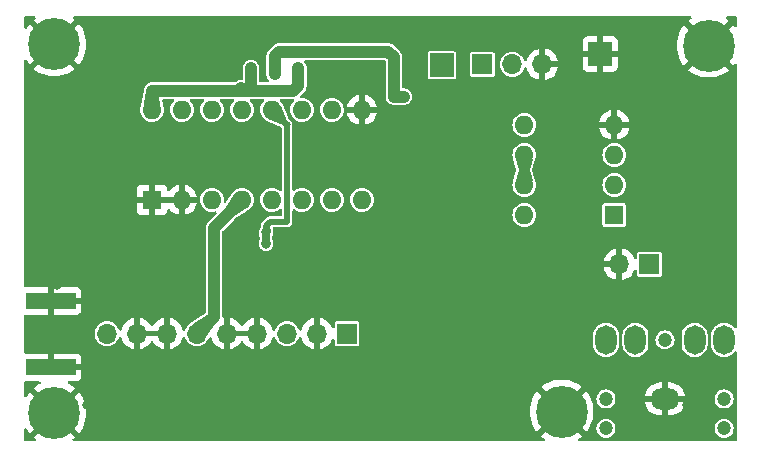
<source format=gbr>
%TF.GenerationSoftware,KiCad,Pcbnew,8.0.2-unknown-202405041935~ca16ff05df~ubuntu22.04.1*%
%TF.CreationDate,2024-05-05T07:49:21+05:30*%
%TF.ProjectId,BoB,426f422e-6b69-4636-9164-5f7063625858,rev?*%
%TF.SameCoordinates,Original*%
%TF.FileFunction,Copper,L2,Bot*%
%TF.FilePolarity,Positive*%
%FSLAX46Y46*%
G04 Gerber Fmt 4.6, Leading zero omitted, Abs format (unit mm)*
G04 Created by KiCad (PCBNEW 8.0.2-unknown-202405041935~ca16ff05df~ubuntu22.04.1) date 2024-05-05 07:49:21*
%MOMM*%
%LPD*%
G01*
G04 APERTURE LIST*
%TA.AperFunction,ComponentPad*%
%ADD10R,2.000000X2.000000*%
%TD*%
%TA.AperFunction,ComponentPad*%
%ADD11R,1.700000X1.700000*%
%TD*%
%TA.AperFunction,ComponentPad*%
%ADD12O,1.700000X1.700000*%
%TD*%
%TA.AperFunction,ComponentPad*%
%ADD13C,4.400000*%
%TD*%
%TA.AperFunction,SMDPad,CuDef*%
%ADD14R,4.200000X1.350000*%
%TD*%
%TA.AperFunction,ComponentPad*%
%ADD15R,1.600000X1.600000*%
%TD*%
%TA.AperFunction,ComponentPad*%
%ADD16O,1.600000X1.600000*%
%TD*%
%TA.AperFunction,WasherPad*%
%ADD17C,1.200000*%
%TD*%
%TA.AperFunction,ComponentPad*%
%ADD18O,1.800000X2.500000*%
%TD*%
%TA.AperFunction,ComponentPad*%
%ADD19O,2.500000X1.800000*%
%TD*%
%TA.AperFunction,ViaPad*%
%ADD20C,0.800000*%
%TD*%
%TA.AperFunction,Conductor*%
%ADD21C,1.000000*%
%TD*%
%TA.AperFunction,Conductor*%
%ADD22C,0.500000*%
%TD*%
%TA.AperFunction,Conductor*%
%ADD23C,0.250000*%
%TD*%
%TA.AperFunction,Conductor*%
%ADD24C,0.750000*%
%TD*%
G04 APERTURE END LIST*
D10*
%TO.P,TP1,1,1*%
%TO.N,Net-(C1-Pad2)*%
X80460000Y-47660000D03*
%TD*%
D11*
%TO.P,RV1,1,1*%
%TO.N,Net-(C1-Pad2)*%
X83900000Y-47590000D03*
D12*
%TO.P,RV1,2,2*%
%TO.N,Net-(RV1-Pad2)*%
X86440000Y-47590000D03*
%TO.P,RV1,3,3*%
%TO.N,GND*%
X88980000Y-47590000D03*
%TD*%
D11*
%TO.P,J2,1,Pin_1*%
%TO.N,Net-(J2-Pin_1)*%
X98044000Y-64516000D03*
D12*
%TO.P,J2,2,Pin_2*%
%TO.N,GND*%
X95504000Y-64516000D03*
%TD*%
D13*
%TO.P,H2,1,1*%
%TO.N,GND*%
X90600000Y-76984000D03*
%TD*%
%TO.P,H4,1,1*%
%TO.N,GND*%
X47649274Y-77087274D03*
%TD*%
%TO.P,H1,1,1*%
%TO.N,GND*%
X47649274Y-45892726D03*
%TD*%
D11*
%TO.P,JP1,1,Pin_1*%
%TO.N,+5V*%
X72438000Y-70380000D03*
D12*
%TO.P,JP1,2,Pin_2*%
%TO.N,GND*%
X69898000Y-70380000D03*
%TO.P,JP1,3,Pin_3*%
%TO.N,RX_OSC*%
X67358000Y-70380000D03*
%TO.P,JP1,4,Pin_4*%
%TO.N,GND*%
X64818000Y-70380000D03*
%TO.P,JP1,5,Pin_5*%
X62278000Y-70380000D03*
%TO.P,JP1,6,Pin_6*%
%TO.N,RX_AUDIO*%
X59738000Y-70380000D03*
%TO.P,JP1,7,Pin_7*%
%TO.N,GND*%
X57198000Y-70380000D03*
%TO.P,JP1,8,Pin_8*%
X54658000Y-70380000D03*
%TO.P,JP1,9,Pin_9*%
%TO.N,Net-(J1-In)*%
X52118000Y-70380000D03*
%TD*%
D10*
%TO.P,TP2,1,1*%
%TO.N,GND*%
X93878000Y-46712000D03*
%TD*%
D14*
%TO.P,J1,2,Ext*%
%TO.N,GND*%
X47352000Y-67603000D03*
X47352000Y-73253000D03*
%TD*%
D13*
%TO.P,H3,1,1*%
%TO.N,GND*%
X103046000Y-45996000D03*
%TD*%
D15*
%TO.P,U1,1,FM_RF_IN*%
%TO.N,GND*%
X55922000Y-59068000D03*
D16*
%TO.P,U1,2,GND_IN*%
X58462000Y-59068000D03*
%TO.P,U1,3,FM_MIX*%
%TO.N,unconnected-(U1-FM_MIX-Pad3)*%
X61002000Y-59068000D03*
%TO.P,U1,4,AM_MIX*%
%TO.N,RX_AUDIO*%
X63542000Y-59068000D03*
%TO.P,U1,5,AGC*%
%TO.N,Net-(U1-AGC)*%
X66082000Y-59068000D03*
%TO.P,U1,6,VCC*%
%TO.N,5VCLEAN*%
X68622000Y-59068000D03*
%TO.P,U1,7,AM_IF*%
X71162000Y-59068000D03*
%TO.P,U1,8,FM_IF*%
%TO.N,unconnected-(U1-FM_IF-Pad8)*%
X73702000Y-59068000D03*
%TO.P,U1,9,GND_OUT*%
%TO.N,GND*%
X73702000Y-51448000D03*
%TO.P,U1,10,FM_DET*%
%TO.N,unconnected-(U1-FM_DET-Pad10)*%
X71162000Y-51448000D03*
%TO.P,U1,11,DET_OUT*%
%TO.N,unconnected-(U1-DET_OUT-Pad11)*%
X68622000Y-51448000D03*
%TO.P,U1,12,AM_OSC*%
%TO.N,Net-(U1-AM_OSC)*%
X66082000Y-51448000D03*
%TO.P,U1,13,FM_OSC*%
%TO.N,unconnected-(U1-FM_OSC-Pad13)*%
X63542000Y-51448000D03*
%TO.P,U1,14,FM/AM_SW*%
%TO.N,Net-(U1-FM{slash}AM_SW)*%
X61002000Y-51448000D03*
%TO.P,U1,15,FM_TUNER*%
%TO.N,5VCLEAN*%
X58462000Y-51448000D03*
%TO.P,U1,16,AM_RF_IN*%
%TO.N,Net-(D7-K)*%
X55922000Y-51448000D03*
%TD*%
D17*
%TO.P,SPK1,*%
%TO.N,*%
X94362000Y-78420000D03*
X104362000Y-78420000D03*
X94362000Y-75920000D03*
X104362000Y-75920000D03*
X99362000Y-70920000D03*
D18*
%TO.P,SPK1,R*%
%TO.N,Net-(C14-Pad2)*%
X94362000Y-70920000D03*
%TO.P,SPK1,RN*%
%TO.N,unconnected-(SPK1-PadRN)*%
X96862000Y-70920000D03*
D19*
%TO.P,SPK1,S*%
%TO.N,GND*%
X99362000Y-75920000D03*
D18*
%TO.P,SPK1,T*%
%TO.N,Net-(C14-Pad2)*%
X104362000Y-70920000D03*
%TO.P,SPK1,TN*%
%TO.N,unconnected-(SPK1-PadTN)*%
X101862000Y-70920000D03*
%TD*%
D15*
%TO.P,U2,1*%
%TO.N,Net-(J2-Pin_1)*%
X95062000Y-60343000D03*
D16*
%TO.P,U2,2,-*%
%TO.N,Net-(U2A--)*%
X95062000Y-57803000D03*
%TO.P,U2,3,+*%
%TO.N,Net-(U2A-+)*%
X95062000Y-55263000D03*
%TO.P,U2,4,V-*%
%TO.N,GND*%
X95062000Y-52723000D03*
%TO.P,U2,5,+*%
%TO.N,Net-(U2A-+)*%
X87442000Y-52723000D03*
%TO.P,U2,6,-*%
%TO.N,Net-(U2B--)*%
X87442000Y-55263000D03*
%TO.P,U2,7*%
X87442000Y-57803000D03*
%TO.P,U2,8,V+*%
%TO.N,+3.3V*%
X87442000Y-60343000D03*
%TD*%
D20*
%TO.N,Net-(D7-K)*%
X68310000Y-48890000D03*
X64310000Y-48890000D03*
X64310000Y-47890000D03*
X68310000Y-47890000D03*
%TO.N,GND*%
X57390000Y-68450000D03*
X98707000Y-45956000D03*
X55527000Y-76436000D03*
X65687000Y-76436000D03*
X73307000Y-76436000D03*
X80927000Y-76436000D03*
X52987000Y-73896000D03*
X47907000Y-53576000D03*
X83467000Y-68816000D03*
X96167000Y-45956000D03*
X73307000Y-48496000D03*
X64430000Y-68400000D03*
X78387000Y-73896000D03*
X52987000Y-58656000D03*
X58067000Y-61196000D03*
X47907000Y-63736000D03*
X63147000Y-73896000D03*
X70767000Y-76436000D03*
X57310000Y-45390000D03*
X47907000Y-61196000D03*
X50447000Y-56116000D03*
X83467000Y-51036000D03*
X101247000Y-68816000D03*
X58067000Y-76436000D03*
X68227000Y-53576000D03*
X70767000Y-68816000D03*
X86007000Y-45956000D03*
X64430000Y-67310000D03*
X52987000Y-76436000D03*
X78387000Y-76436000D03*
X96167000Y-76436000D03*
X78387000Y-58656000D03*
X103787000Y-61196000D03*
X96167000Y-68816000D03*
X83467000Y-76436000D03*
X91087000Y-58656000D03*
X98707000Y-48496000D03*
X60607000Y-73896000D03*
X96167000Y-73896000D03*
X73307000Y-53576000D03*
X50447000Y-66276000D03*
X47907000Y-56116000D03*
X103787000Y-73896000D03*
X60607000Y-76436000D03*
X68227000Y-73896000D03*
X103787000Y-56116000D03*
X75847000Y-76436000D03*
X69600000Y-67340000D03*
X91087000Y-45956000D03*
X65930000Y-56190000D03*
X86007000Y-51036000D03*
X86007000Y-61196000D03*
X47907000Y-58656000D03*
X70767000Y-73896000D03*
X98707000Y-73896000D03*
X103787000Y-63736000D03*
X78320000Y-63340000D03*
X93627000Y-73896000D03*
X47907000Y-51036000D03*
X58067000Y-56116000D03*
X55527000Y-73896000D03*
X50447000Y-61196000D03*
X73307000Y-73896000D03*
X58067000Y-73896000D03*
X83467000Y-73896000D03*
X103787000Y-53576000D03*
X86007000Y-76436000D03*
X80927000Y-73896000D03*
X47907000Y-66276000D03*
X75847000Y-73896000D03*
X58067000Y-66276000D03*
X70767000Y-53576000D03*
X50447000Y-76436000D03*
X52987000Y-45956000D03*
X76910000Y-63320000D03*
X101247000Y-76436000D03*
X55527000Y-66276000D03*
X65687000Y-73896000D03*
X101247000Y-48496000D03*
X103787000Y-58656000D03*
X63147000Y-76436000D03*
X63147000Y-53576000D03*
X101247000Y-73896000D03*
X50447000Y-68816000D03*
X65687000Y-53576000D03*
X86007000Y-58656000D03*
X91087000Y-53576000D03*
X61330000Y-56130000D03*
X88547000Y-45956000D03*
X91087000Y-61196000D03*
X78387000Y-53576000D03*
X103787000Y-51036000D03*
X58067000Y-63736000D03*
X50447000Y-73896000D03*
X98707000Y-68816000D03*
X68227000Y-76436000D03*
X75847000Y-58656000D03*
%TO.N,Net-(U1-AM_OSC)*%
X65587000Y-61808000D03*
X65587000Y-62808000D03*
%TO.N,5VCLEAN*%
X77264000Y-50314000D03*
X66310000Y-48390000D03*
X66310000Y-47390000D03*
%TD*%
D21*
%TO.N,Net-(D7-K)*%
X68310000Y-49390000D02*
X68310000Y-47890000D01*
X63894000Y-49806000D02*
X67894000Y-49806000D01*
X64310000Y-49390000D02*
X64310000Y-48890000D01*
X67894000Y-49806000D02*
X68310000Y-49390000D01*
X55928000Y-49806000D02*
X62310000Y-49806000D01*
X64310000Y-47890000D02*
X64310000Y-48390000D01*
X62310000Y-49806000D02*
X63894000Y-49806000D01*
X62310000Y-49806000D02*
X63294000Y-49806000D01*
X63894000Y-49806000D02*
X64310000Y-49390000D01*
X63294000Y-49806000D02*
X63482000Y-49618000D01*
X64310000Y-48890000D02*
X64310000Y-47890000D01*
X55922000Y-49812000D02*
X55928000Y-49806000D01*
X55922000Y-51448000D02*
X55922000Y-49812000D01*
D22*
%TO.N,Net-(U1-AM_OSC)*%
X66082000Y-51448000D02*
X67372000Y-52738000D01*
D23*
X66082000Y-51268000D02*
X67497000Y-52683000D01*
D22*
X65580000Y-61998000D02*
X65580000Y-62506000D01*
X65580000Y-61236000D02*
X65580000Y-61801000D01*
X65908000Y-60908000D02*
X65580000Y-61236000D01*
X67372000Y-52738000D02*
X67372000Y-60908000D01*
X65587000Y-61808000D02*
X65580000Y-61815000D01*
X65580000Y-61815000D02*
X65580000Y-61998000D01*
X65580000Y-61801000D02*
X65587000Y-61808000D01*
X67372000Y-60908000D02*
X65908000Y-60908000D01*
D21*
%TO.N,RX_AUDIO*%
X59738000Y-70380000D02*
X61170000Y-68948000D01*
X61170000Y-68948000D02*
X61170000Y-61440000D01*
X61170000Y-61440000D02*
X63542000Y-59068000D01*
D24*
%TO.N,Net-(U2B--)*%
X87442000Y-55263000D02*
X87442000Y-57803000D01*
D21*
%TO.N,5VCLEAN*%
X75944000Y-46504000D02*
X76400000Y-46960000D01*
X66696000Y-46504000D02*
X75944000Y-46504000D01*
X66310000Y-46890000D02*
X66310000Y-48390000D01*
X66696000Y-46504000D02*
X66310000Y-46890000D01*
X76400000Y-46960000D02*
X76400000Y-50314000D01*
X76400000Y-50314000D02*
X77264000Y-50314000D01*
%TD*%
%TA.AperFunction,Conductor*%
%TO.N,GND*%
G36*
X46810241Y-77803876D02*
G01*
X46932672Y-77926307D01*
X47066536Y-78023564D01*
X45924304Y-79165796D01*
X45924304Y-79165797D01*
X46062274Y-79273889D01*
X46102907Y-79330729D01*
X46106359Y-79400513D01*
X46071535Y-79461086D01*
X46009491Y-79493216D01*
X45985801Y-79495500D01*
X45216500Y-79495500D01*
X45149461Y-79475815D01*
X45103706Y-79423011D01*
X45092500Y-79371500D01*
X45092500Y-78521689D01*
X45112185Y-78454650D01*
X45164989Y-78408895D01*
X45234147Y-78398951D01*
X45297703Y-78427976D01*
X45322617Y-78457539D01*
X45423155Y-78623850D01*
X45570750Y-78812242D01*
X46712982Y-77670010D01*
X46810241Y-77803876D01*
G37*
%TD.AperFunction*%
%TA.AperFunction,Conductor*%
G36*
X56732075Y-70187007D02*
G01*
X56698000Y-70314174D01*
X56698000Y-70445826D01*
X56732075Y-70572993D01*
X56764988Y-70630000D01*
X55091012Y-70630000D01*
X55123925Y-70572993D01*
X55158000Y-70445826D01*
X55158000Y-70314174D01*
X55123925Y-70187007D01*
X55091012Y-70130000D01*
X56764988Y-70130000D01*
X56732075Y-70187007D01*
G37*
%TD.AperFunction*%
%TA.AperFunction,Conductor*%
G36*
X64352075Y-70187007D02*
G01*
X64318000Y-70314174D01*
X64318000Y-70445826D01*
X64352075Y-70572993D01*
X64384988Y-70630000D01*
X62711012Y-70630000D01*
X62743925Y-70572993D01*
X62778000Y-70445826D01*
X62778000Y-70314174D01*
X62743925Y-70187007D01*
X62711012Y-70130000D01*
X64384988Y-70130000D01*
X64352075Y-70187007D01*
G37*
%TD.AperFunction*%
%TA.AperFunction,Conductor*%
G36*
X58141920Y-58822394D02*
G01*
X58089259Y-58913606D01*
X58062000Y-59015339D01*
X58062000Y-59120661D01*
X58089259Y-59222394D01*
X58141920Y-59313606D01*
X58146314Y-59318000D01*
X56237686Y-59318000D01*
X56242080Y-59313606D01*
X56294741Y-59222394D01*
X56322000Y-59120661D01*
X56322000Y-59015339D01*
X56294741Y-58913606D01*
X56242080Y-58822394D01*
X56237686Y-58818000D01*
X58146314Y-58818000D01*
X58141920Y-58822394D01*
G37*
%TD.AperFunction*%
%TA.AperFunction,Conductor*%
G36*
X101550796Y-43536185D02*
G01*
X101596551Y-43588989D01*
X101606495Y-43658147D01*
X101577470Y-43721703D01*
X101547907Y-43746617D01*
X101509422Y-43769881D01*
X101509416Y-43769886D01*
X101321030Y-43917474D01*
X101321029Y-43917476D01*
X102463262Y-45059709D01*
X102329398Y-45156967D01*
X102206967Y-45279398D01*
X102109709Y-45413262D01*
X100967476Y-44271029D01*
X100967474Y-44271030D01*
X100819886Y-44459416D01*
X100819881Y-44459422D01*
X100650898Y-44738956D01*
X100650897Y-44738958D01*
X100516839Y-45036824D01*
X100516835Y-45036835D01*
X100419667Y-45348658D01*
X100360786Y-45669961D01*
X100341065Y-45996000D01*
X100360786Y-46322038D01*
X100419667Y-46643341D01*
X100516835Y-46955164D01*
X100516839Y-46955175D01*
X100650897Y-47253041D01*
X100650898Y-47253043D01*
X100819881Y-47532576D01*
X100967476Y-47720968D01*
X102109708Y-46578736D01*
X102206967Y-46712602D01*
X102329398Y-46835033D01*
X102463262Y-46932290D01*
X101321030Y-48074522D01*
X101321030Y-48074523D01*
X101509423Y-48222118D01*
X101788956Y-48391101D01*
X101788958Y-48391102D01*
X102086824Y-48525160D01*
X102086835Y-48525164D01*
X102398658Y-48622332D01*
X102719961Y-48681213D01*
X103046000Y-48700934D01*
X103372038Y-48681213D01*
X103693341Y-48622332D01*
X104005164Y-48525164D01*
X104005175Y-48525160D01*
X104303041Y-48391102D01*
X104303043Y-48391101D01*
X104582586Y-48222112D01*
X104770968Y-48074523D01*
X104770968Y-48074522D01*
X103628737Y-46932290D01*
X103762602Y-46835033D01*
X103885033Y-46712602D01*
X103982290Y-46578737D01*
X105124522Y-47720968D01*
X105124523Y-47720968D01*
X105236389Y-47578183D01*
X105293229Y-47537550D01*
X105363014Y-47534098D01*
X105423586Y-47568922D01*
X105455716Y-47630966D01*
X105458000Y-47654656D01*
X105458000Y-69824599D01*
X105438315Y-69891638D01*
X105385511Y-69937393D01*
X105316353Y-69947337D01*
X105252797Y-69918312D01*
X105233683Y-69897485D01*
X105201418Y-69853078D01*
X105201414Y-69853072D01*
X105078928Y-69730586D01*
X104938788Y-69628768D01*
X104784445Y-69550127D01*
X104619701Y-69496598D01*
X104619699Y-69496597D01*
X104619698Y-69496597D01*
X104488271Y-69475781D01*
X104448611Y-69469500D01*
X104275389Y-69469500D01*
X104235728Y-69475781D01*
X104104302Y-69496597D01*
X103939552Y-69550128D01*
X103785211Y-69628768D01*
X103752985Y-69652182D01*
X103645072Y-69730586D01*
X103645070Y-69730588D01*
X103645069Y-69730588D01*
X103522588Y-69853069D01*
X103522588Y-69853070D01*
X103522586Y-69853072D01*
X103503022Y-69880000D01*
X103420768Y-69993211D01*
X103342128Y-70147552D01*
X103288597Y-70312302D01*
X103288301Y-70314174D01*
X103261500Y-70483389D01*
X103261500Y-71356611D01*
X103288598Y-71527701D01*
X103342127Y-71692445D01*
X103420768Y-71846788D01*
X103522586Y-71986928D01*
X103645072Y-72109414D01*
X103785212Y-72211232D01*
X103939555Y-72289873D01*
X104104299Y-72343402D01*
X104275389Y-72370500D01*
X104275390Y-72370500D01*
X104448610Y-72370500D01*
X104448611Y-72370500D01*
X104619701Y-72343402D01*
X104784445Y-72289873D01*
X104938788Y-72211232D01*
X105078928Y-72109414D01*
X105201414Y-71986928D01*
X105233682Y-71942514D01*
X105289012Y-71899849D01*
X105358625Y-71893870D01*
X105420420Y-71926476D01*
X105454777Y-71987314D01*
X105458000Y-72015400D01*
X105458000Y-79371500D01*
X105438315Y-79438539D01*
X105385511Y-79484294D01*
X105334000Y-79495500D01*
X92109307Y-79495500D01*
X92042268Y-79475815D01*
X91996513Y-79423011D01*
X91986569Y-79353853D01*
X92015594Y-79290297D01*
X92045157Y-79265383D01*
X92136586Y-79210112D01*
X92324968Y-79062523D01*
X92324968Y-79062522D01*
X91182737Y-77920290D01*
X91316602Y-77823033D01*
X91439033Y-77700602D01*
X91536290Y-77566737D01*
X92678522Y-78708968D01*
X92678523Y-78708968D01*
X92826112Y-78520586D01*
X92886921Y-78419996D01*
X93556435Y-78419996D01*
X93556435Y-78420003D01*
X93576630Y-78599249D01*
X93576631Y-78599254D01*
X93636211Y-78769523D01*
X93732184Y-78922262D01*
X93859738Y-79049816D01*
X94012478Y-79145789D01*
X94069655Y-79165796D01*
X94182745Y-79205368D01*
X94182750Y-79205369D01*
X94361996Y-79225565D01*
X94362000Y-79225565D01*
X94362004Y-79225565D01*
X94541249Y-79205369D01*
X94541252Y-79205368D01*
X94541255Y-79205368D01*
X94711522Y-79145789D01*
X94864262Y-79049816D01*
X94991816Y-78922262D01*
X95087789Y-78769522D01*
X95147368Y-78599255D01*
X95156233Y-78520576D01*
X95167565Y-78420003D01*
X95167565Y-78419996D01*
X103556435Y-78419996D01*
X103556435Y-78420003D01*
X103576630Y-78599249D01*
X103576631Y-78599254D01*
X103636211Y-78769523D01*
X103732184Y-78922262D01*
X103859738Y-79049816D01*
X104012478Y-79145789D01*
X104069655Y-79165796D01*
X104182745Y-79205368D01*
X104182750Y-79205369D01*
X104361996Y-79225565D01*
X104362000Y-79225565D01*
X104362004Y-79225565D01*
X104541249Y-79205369D01*
X104541252Y-79205368D01*
X104541255Y-79205368D01*
X104711522Y-79145789D01*
X104864262Y-79049816D01*
X104991816Y-78922262D01*
X105087789Y-78769522D01*
X105147368Y-78599255D01*
X105156233Y-78520576D01*
X105167565Y-78420003D01*
X105167565Y-78419996D01*
X105147369Y-78240750D01*
X105147368Y-78240745D01*
X105100458Y-78106684D01*
X105087789Y-78070478D01*
X104991816Y-77917738D01*
X104864262Y-77790184D01*
X104775825Y-77734615D01*
X104711523Y-77694211D01*
X104541254Y-77634631D01*
X104541249Y-77634630D01*
X104362004Y-77614435D01*
X104361996Y-77614435D01*
X104182750Y-77634630D01*
X104182745Y-77634631D01*
X104012476Y-77694211D01*
X103859737Y-77790184D01*
X103732184Y-77917737D01*
X103636211Y-78070476D01*
X103576631Y-78240745D01*
X103576630Y-78240750D01*
X103556435Y-78419996D01*
X95167565Y-78419996D01*
X95147369Y-78240750D01*
X95147368Y-78240745D01*
X95100458Y-78106684D01*
X95087789Y-78070478D01*
X94991816Y-77917738D01*
X94864262Y-77790184D01*
X94775825Y-77734615D01*
X94711523Y-77694211D01*
X94541254Y-77634631D01*
X94541249Y-77634630D01*
X94362004Y-77614435D01*
X94361996Y-77614435D01*
X94182750Y-77634630D01*
X94182745Y-77634631D01*
X94012476Y-77694211D01*
X93859737Y-77790184D01*
X93732184Y-77917737D01*
X93636211Y-78070476D01*
X93576631Y-78240745D01*
X93576630Y-78240750D01*
X93556435Y-78419996D01*
X92886921Y-78419996D01*
X92995101Y-78241043D01*
X92995102Y-78241041D01*
X93129160Y-77943175D01*
X93129164Y-77943164D01*
X93226332Y-77631341D01*
X93285213Y-77310038D01*
X93304934Y-76984000D01*
X93285213Y-76657961D01*
X93226332Y-76336658D01*
X93129164Y-76024835D01*
X93129160Y-76024824D01*
X93081981Y-75919996D01*
X93556435Y-75919996D01*
X93556435Y-75920003D01*
X93576630Y-76099249D01*
X93576631Y-76099254D01*
X93636211Y-76269523D01*
X93699768Y-76370672D01*
X93732184Y-76422262D01*
X93859738Y-76549816D01*
X94012478Y-76645789D01*
X94047264Y-76657961D01*
X94182745Y-76705368D01*
X94182750Y-76705369D01*
X94361996Y-76725565D01*
X94362000Y-76725565D01*
X94362004Y-76725565D01*
X94541249Y-76705369D01*
X94541252Y-76705368D01*
X94541255Y-76705368D01*
X94711522Y-76645789D01*
X94864262Y-76549816D01*
X94991816Y-76422262D01*
X95087789Y-76269522D01*
X95147368Y-76099255D01*
X95150905Y-76067864D01*
X95167565Y-75920003D01*
X95167565Y-75919996D01*
X95147369Y-75740750D01*
X95147368Y-75740745D01*
X95122613Y-75670000D01*
X97634145Y-75670000D01*
X98586722Y-75670000D01*
X98542667Y-75746306D01*
X98512000Y-75860756D01*
X98512000Y-75979244D01*
X98542667Y-76093694D01*
X98586722Y-76170000D01*
X97634145Y-76170000D01*
X97646473Y-76247835D01*
X97646473Y-76247838D01*
X97714567Y-76457410D01*
X97814613Y-76653760D01*
X97944142Y-76832041D01*
X98099958Y-76987857D01*
X98278239Y-77117386D01*
X98474589Y-77217432D01*
X98684164Y-77285526D01*
X98901819Y-77320000D01*
X99112000Y-77320000D01*
X99112000Y-76370000D01*
X99612000Y-76370000D01*
X99612000Y-77320000D01*
X99822181Y-77320000D01*
X100039835Y-77285526D01*
X100249410Y-77217432D01*
X100445760Y-77117386D01*
X100624041Y-76987857D01*
X100779857Y-76832041D01*
X100909386Y-76653760D01*
X101009432Y-76457410D01*
X101077526Y-76247838D01*
X101077526Y-76247835D01*
X101089855Y-76170000D01*
X100137278Y-76170000D01*
X100181333Y-76093694D01*
X100212000Y-75979244D01*
X100212000Y-75919996D01*
X103556435Y-75919996D01*
X103556435Y-75920003D01*
X103576630Y-76099249D01*
X103576631Y-76099254D01*
X103636211Y-76269523D01*
X103699768Y-76370672D01*
X103732184Y-76422262D01*
X103859738Y-76549816D01*
X104012478Y-76645789D01*
X104047264Y-76657961D01*
X104182745Y-76705368D01*
X104182750Y-76705369D01*
X104361996Y-76725565D01*
X104362000Y-76725565D01*
X104362004Y-76725565D01*
X104541249Y-76705369D01*
X104541252Y-76705368D01*
X104541255Y-76705368D01*
X104711522Y-76645789D01*
X104864262Y-76549816D01*
X104991816Y-76422262D01*
X105087789Y-76269522D01*
X105147368Y-76099255D01*
X105150905Y-76067864D01*
X105167565Y-75920003D01*
X105167565Y-75919996D01*
X105147369Y-75740750D01*
X105147368Y-75740745D01*
X105087788Y-75570476D01*
X105010468Y-75447423D01*
X104991816Y-75417738D01*
X104864262Y-75290184D01*
X104814679Y-75259029D01*
X104711523Y-75194211D01*
X104541254Y-75134631D01*
X104541249Y-75134630D01*
X104362004Y-75114435D01*
X104361996Y-75114435D01*
X104182750Y-75134630D01*
X104182745Y-75134631D01*
X104012476Y-75194211D01*
X103859737Y-75290184D01*
X103732184Y-75417737D01*
X103636211Y-75570476D01*
X103576631Y-75740745D01*
X103576630Y-75740750D01*
X103556435Y-75919996D01*
X100212000Y-75919996D01*
X100212000Y-75860756D01*
X100181333Y-75746306D01*
X100137278Y-75670000D01*
X101089855Y-75670000D01*
X101077526Y-75592164D01*
X101077526Y-75592161D01*
X101009432Y-75382589D01*
X100909386Y-75186239D01*
X100779857Y-75007958D01*
X100624041Y-74852142D01*
X100445760Y-74722613D01*
X100249410Y-74622567D01*
X100039835Y-74554473D01*
X99822181Y-74520000D01*
X99612000Y-74520000D01*
X99612000Y-75470000D01*
X99112000Y-75470000D01*
X99112000Y-74520000D01*
X98901819Y-74520000D01*
X98684164Y-74554473D01*
X98474589Y-74622567D01*
X98278239Y-74722613D01*
X98099958Y-74852142D01*
X97944142Y-75007958D01*
X97814613Y-75186239D01*
X97714567Y-75382589D01*
X97646473Y-75592161D01*
X97646473Y-75592164D01*
X97634145Y-75670000D01*
X95122613Y-75670000D01*
X95087788Y-75570476D01*
X95010468Y-75447423D01*
X94991816Y-75417738D01*
X94864262Y-75290184D01*
X94814679Y-75259029D01*
X94711523Y-75194211D01*
X94541254Y-75134631D01*
X94541249Y-75134630D01*
X94362004Y-75114435D01*
X94361996Y-75114435D01*
X94182750Y-75134630D01*
X94182745Y-75134631D01*
X94012476Y-75194211D01*
X93859737Y-75290184D01*
X93732184Y-75417737D01*
X93636211Y-75570476D01*
X93576631Y-75740745D01*
X93576630Y-75740750D01*
X93556435Y-75919996D01*
X93081981Y-75919996D01*
X92995102Y-75726958D01*
X92995101Y-75726956D01*
X92826118Y-75447423D01*
X92678522Y-75259030D01*
X91536290Y-76401262D01*
X91439033Y-76267398D01*
X91316602Y-76144967D01*
X91182736Y-76047709D01*
X92324968Y-74905476D01*
X92136576Y-74757881D01*
X91857043Y-74588898D01*
X91857041Y-74588897D01*
X91559175Y-74454839D01*
X91559164Y-74454835D01*
X91247341Y-74357667D01*
X90926038Y-74298786D01*
X90600000Y-74279065D01*
X90273961Y-74298786D01*
X89952658Y-74357667D01*
X89640835Y-74454835D01*
X89640824Y-74454839D01*
X89342958Y-74588897D01*
X89342956Y-74588898D01*
X89063422Y-74757881D01*
X89063416Y-74757886D01*
X88875030Y-74905474D01*
X88875029Y-74905476D01*
X90017262Y-76047709D01*
X89883398Y-76144967D01*
X89760967Y-76267398D01*
X89663709Y-76401262D01*
X88521476Y-75259029D01*
X88521474Y-75259030D01*
X88373886Y-75447416D01*
X88373881Y-75447422D01*
X88204898Y-75726956D01*
X88204897Y-75726958D01*
X88070839Y-76024824D01*
X88070835Y-76024835D01*
X87973667Y-76336658D01*
X87914786Y-76657961D01*
X87895065Y-76984000D01*
X87914786Y-77310038D01*
X87973667Y-77631341D01*
X88070835Y-77943164D01*
X88070839Y-77943175D01*
X88204897Y-78241041D01*
X88204898Y-78241043D01*
X88373881Y-78520576D01*
X88521476Y-78708968D01*
X89663708Y-77566736D01*
X89760967Y-77700602D01*
X89883398Y-77823033D01*
X90017262Y-77920290D01*
X88875030Y-79062522D01*
X88875030Y-79062523D01*
X89063423Y-79210118D01*
X89154842Y-79265383D01*
X89202029Y-79316910D01*
X89213868Y-79385770D01*
X89186600Y-79450099D01*
X89128881Y-79489473D01*
X89090692Y-79495500D01*
X49312747Y-79495500D01*
X49245708Y-79475815D01*
X49199953Y-79423011D01*
X49190009Y-79353853D01*
X49219034Y-79290297D01*
X49236274Y-79273889D01*
X49374242Y-79165797D01*
X49374242Y-79165796D01*
X48232011Y-78023564D01*
X48365876Y-77926307D01*
X48488307Y-77803876D01*
X48585564Y-77670011D01*
X49727796Y-78812242D01*
X49727797Y-78812242D01*
X49875386Y-78623860D01*
X50044375Y-78344317D01*
X50044376Y-78344315D01*
X50178434Y-78046449D01*
X50178438Y-78046438D01*
X50275606Y-77734615D01*
X50334487Y-77413312D01*
X50354208Y-77087274D01*
X50334487Y-76761235D01*
X50275606Y-76439932D01*
X50178438Y-76128109D01*
X50178434Y-76128098D01*
X50044376Y-75830232D01*
X50044375Y-75830230D01*
X49875392Y-75550697D01*
X49727796Y-75362304D01*
X48585564Y-76504536D01*
X48488307Y-76370672D01*
X48365876Y-76248241D01*
X48232010Y-76150983D01*
X49374242Y-75008750D01*
X49185850Y-74861155D01*
X48906317Y-74692172D01*
X48906315Y-74692171D01*
X48846112Y-74665076D01*
X48793058Y-74619612D01*
X48773005Y-74552682D01*
X48792321Y-74485535D01*
X48844872Y-74439490D01*
X48897003Y-74428000D01*
X49499828Y-74428000D01*
X49499844Y-74427999D01*
X49559372Y-74421598D01*
X49559379Y-74421596D01*
X49694086Y-74371354D01*
X49694093Y-74371350D01*
X49809187Y-74285190D01*
X49809190Y-74285187D01*
X49895350Y-74170093D01*
X49895354Y-74170086D01*
X49945596Y-74035379D01*
X49945598Y-74035372D01*
X49951999Y-73975844D01*
X49952000Y-73975827D01*
X49952000Y-73503000D01*
X47226000Y-73503000D01*
X47158961Y-73483315D01*
X47113206Y-73430511D01*
X47102000Y-73379000D01*
X47102000Y-73003000D01*
X47602000Y-73003000D01*
X49952000Y-73003000D01*
X49952000Y-72530172D01*
X49951999Y-72530155D01*
X49945598Y-72470627D01*
X49945596Y-72470620D01*
X49895354Y-72335913D01*
X49895350Y-72335906D01*
X49809190Y-72220812D01*
X49809187Y-72220809D01*
X49694093Y-72134649D01*
X49694086Y-72134645D01*
X49559379Y-72084403D01*
X49559372Y-72084401D01*
X49499844Y-72078000D01*
X47602000Y-72078000D01*
X47602000Y-73003000D01*
X47102000Y-73003000D01*
X47102000Y-72078000D01*
X45216500Y-72078000D01*
X45149461Y-72058315D01*
X45103706Y-72005511D01*
X45092500Y-71954000D01*
X45092500Y-70380000D01*
X51062417Y-70380000D01*
X51082699Y-70585932D01*
X51082700Y-70585934D01*
X51142768Y-70783954D01*
X51240315Y-70966450D01*
X51274969Y-71008677D01*
X51371589Y-71126410D01*
X51468209Y-71205702D01*
X51531550Y-71257685D01*
X51714046Y-71355232D01*
X51912066Y-71415300D01*
X51912065Y-71415300D01*
X51930529Y-71417118D01*
X52118000Y-71435583D01*
X52323934Y-71415300D01*
X52521954Y-71355232D01*
X52704450Y-71257685D01*
X52864410Y-71126410D01*
X52995685Y-70966450D01*
X53093232Y-70783954D01*
X53113406Y-70717446D01*
X53151702Y-70659010D01*
X53215514Y-70630553D01*
X53284581Y-70641112D01*
X53336975Y-70687336D01*
X53351841Y-70721349D01*
X53384567Y-70843486D01*
X53384570Y-70843492D01*
X53484399Y-71057578D01*
X53619894Y-71251082D01*
X53786917Y-71418105D01*
X53980421Y-71553600D01*
X54194507Y-71653429D01*
X54194516Y-71653433D01*
X54408000Y-71710634D01*
X54408000Y-70813012D01*
X54465007Y-70845925D01*
X54592174Y-70880000D01*
X54723826Y-70880000D01*
X54850993Y-70845925D01*
X54908000Y-70813012D01*
X54908000Y-71710634D01*
X55121483Y-71653433D01*
X55121492Y-71653429D01*
X55335578Y-71553600D01*
X55529082Y-71418105D01*
X55696105Y-71251082D01*
X55826425Y-71064968D01*
X55881002Y-71021344D01*
X55950501Y-71014151D01*
X56012855Y-71045673D01*
X56029575Y-71064968D01*
X56159894Y-71251082D01*
X56326917Y-71418105D01*
X56520421Y-71553600D01*
X56734507Y-71653429D01*
X56734516Y-71653433D01*
X56948000Y-71710634D01*
X56948000Y-70813012D01*
X57005007Y-70845925D01*
X57132174Y-70880000D01*
X57263826Y-70880000D01*
X57390993Y-70845925D01*
X57448000Y-70813012D01*
X57448000Y-71710634D01*
X57661483Y-71653433D01*
X57661492Y-71653429D01*
X57875578Y-71553600D01*
X58069082Y-71418105D01*
X58236105Y-71251082D01*
X58371600Y-71057578D01*
X58471429Y-70843492D01*
X58471433Y-70843483D01*
X58504158Y-70721350D01*
X58540522Y-70661690D01*
X58603369Y-70631160D01*
X58672745Y-70639454D01*
X58726623Y-70683939D01*
X58742593Y-70717447D01*
X58762768Y-70783954D01*
X58860315Y-70966450D01*
X58894969Y-71008677D01*
X58991589Y-71126410D01*
X59088209Y-71205702D01*
X59151550Y-71257685D01*
X59334046Y-71355232D01*
X59532066Y-71415300D01*
X59532065Y-71415300D01*
X59550529Y-71417118D01*
X59738000Y-71435583D01*
X59943934Y-71415300D01*
X60141954Y-71355232D01*
X60324450Y-71257685D01*
X60484410Y-71126410D01*
X60615685Y-70966450D01*
X60692009Y-70823655D01*
X60697686Y-70814097D01*
X60719998Y-70780099D01*
X60758181Y-70721916D01*
X60811419Y-70676671D01*
X60880670Y-70667390D01*
X60943945Y-70697021D01*
X60981155Y-70756158D01*
X60981624Y-70757860D01*
X61004566Y-70843483D01*
X61004570Y-70843492D01*
X61104399Y-71057578D01*
X61239894Y-71251082D01*
X61406917Y-71418105D01*
X61600421Y-71553600D01*
X61814507Y-71653429D01*
X61814516Y-71653433D01*
X62028000Y-71710634D01*
X62028000Y-70813012D01*
X62085007Y-70845925D01*
X62212174Y-70880000D01*
X62343826Y-70880000D01*
X62470993Y-70845925D01*
X62528000Y-70813012D01*
X62528000Y-71710634D01*
X62741483Y-71653433D01*
X62741492Y-71653429D01*
X62955578Y-71553600D01*
X63149082Y-71418105D01*
X63316105Y-71251082D01*
X63446425Y-71064968D01*
X63501002Y-71021344D01*
X63570501Y-71014151D01*
X63632855Y-71045673D01*
X63649575Y-71064968D01*
X63779894Y-71251082D01*
X63946917Y-71418105D01*
X64140421Y-71553600D01*
X64354507Y-71653429D01*
X64354516Y-71653433D01*
X64568000Y-71710634D01*
X64568000Y-70813012D01*
X64625007Y-70845925D01*
X64752174Y-70880000D01*
X64883826Y-70880000D01*
X65010993Y-70845925D01*
X65068000Y-70813012D01*
X65068000Y-71710633D01*
X65281483Y-71653433D01*
X65281492Y-71653429D01*
X65495578Y-71553600D01*
X65689082Y-71418105D01*
X65856105Y-71251082D01*
X65991600Y-71057578D01*
X66091429Y-70843492D01*
X66091433Y-70843483D01*
X66124158Y-70721350D01*
X66160522Y-70661690D01*
X66223369Y-70631160D01*
X66292745Y-70639454D01*
X66346623Y-70683939D01*
X66362593Y-70717447D01*
X66382768Y-70783954D01*
X66480315Y-70966450D01*
X66514969Y-71008677D01*
X66611589Y-71126410D01*
X66708209Y-71205702D01*
X66771550Y-71257685D01*
X66954046Y-71355232D01*
X67152066Y-71415300D01*
X67152065Y-71415300D01*
X67170529Y-71417118D01*
X67358000Y-71435583D01*
X67563934Y-71415300D01*
X67761954Y-71355232D01*
X67944450Y-71257685D01*
X68104410Y-71126410D01*
X68235685Y-70966450D01*
X68333232Y-70783954D01*
X68353406Y-70717446D01*
X68391702Y-70659010D01*
X68455514Y-70630553D01*
X68524581Y-70641112D01*
X68576975Y-70687336D01*
X68591841Y-70721349D01*
X68624567Y-70843486D01*
X68624570Y-70843492D01*
X68724399Y-71057578D01*
X68859894Y-71251082D01*
X69026917Y-71418105D01*
X69220421Y-71553600D01*
X69434507Y-71653429D01*
X69434516Y-71653433D01*
X69648000Y-71710634D01*
X69648000Y-70813012D01*
X69705007Y-70845925D01*
X69832174Y-70880000D01*
X69963826Y-70880000D01*
X70090993Y-70845925D01*
X70148000Y-70813012D01*
X70148000Y-71710633D01*
X70361483Y-71653433D01*
X70361492Y-71653429D01*
X70575578Y-71553600D01*
X70769082Y-71418105D01*
X70936105Y-71251082D01*
X71071599Y-71057578D01*
X71151118Y-70887051D01*
X71197290Y-70834612D01*
X71264484Y-70815460D01*
X71331365Y-70835676D01*
X71376699Y-70888841D01*
X71387500Y-70939456D01*
X71387500Y-71249752D01*
X71399131Y-71308229D01*
X71399132Y-71308230D01*
X71443447Y-71374552D01*
X71509769Y-71418867D01*
X71509770Y-71418868D01*
X71568247Y-71430499D01*
X71568250Y-71430500D01*
X71568252Y-71430500D01*
X73307750Y-71430500D01*
X73307751Y-71430499D01*
X73322568Y-71427552D01*
X73366229Y-71418868D01*
X73366229Y-71418867D01*
X73366231Y-71418867D01*
X73432552Y-71374552D01*
X73476867Y-71308231D01*
X73476867Y-71308229D01*
X73476868Y-71308229D01*
X73486922Y-71257682D01*
X73488500Y-71249748D01*
X73488500Y-70483389D01*
X93261500Y-70483389D01*
X93261500Y-71356611D01*
X93288598Y-71527701D01*
X93342127Y-71692445D01*
X93420768Y-71846788D01*
X93522586Y-71986928D01*
X93645072Y-72109414D01*
X93785212Y-72211232D01*
X93939555Y-72289873D01*
X94104299Y-72343402D01*
X94275389Y-72370500D01*
X94275390Y-72370500D01*
X94448610Y-72370500D01*
X94448611Y-72370500D01*
X94619701Y-72343402D01*
X94784445Y-72289873D01*
X94938788Y-72211232D01*
X95078928Y-72109414D01*
X95201414Y-71986928D01*
X95303232Y-71846788D01*
X95381873Y-71692445D01*
X95435402Y-71527701D01*
X95462500Y-71356611D01*
X95462500Y-70483389D01*
X95761500Y-70483389D01*
X95761500Y-71356611D01*
X95788598Y-71527701D01*
X95842127Y-71692445D01*
X95920768Y-71846788D01*
X96022586Y-71986928D01*
X96145072Y-72109414D01*
X96285212Y-72211232D01*
X96439555Y-72289873D01*
X96604299Y-72343402D01*
X96775389Y-72370500D01*
X96775390Y-72370500D01*
X96948610Y-72370500D01*
X96948611Y-72370500D01*
X97119701Y-72343402D01*
X97284445Y-72289873D01*
X97438788Y-72211232D01*
X97578928Y-72109414D01*
X97701414Y-71986928D01*
X97803232Y-71846788D01*
X97881873Y-71692445D01*
X97935402Y-71527701D01*
X97962500Y-71356611D01*
X97962500Y-70919996D01*
X98556435Y-70919996D01*
X98556435Y-70920003D01*
X98576630Y-71099249D01*
X98576631Y-71099254D01*
X98636211Y-71269523D01*
X98702206Y-71374552D01*
X98732184Y-71422262D01*
X98859738Y-71549816D01*
X99012478Y-71645789D01*
X99145813Y-71692445D01*
X99182745Y-71705368D01*
X99182750Y-71705369D01*
X99361996Y-71725565D01*
X99362000Y-71725565D01*
X99362004Y-71725565D01*
X99541249Y-71705369D01*
X99541252Y-71705368D01*
X99541255Y-71705368D01*
X99711522Y-71645789D01*
X99864262Y-71549816D01*
X99991816Y-71422262D01*
X100087789Y-71269522D01*
X100147368Y-71099255D01*
X100147369Y-71099249D01*
X100167565Y-70920003D01*
X100167565Y-70919996D01*
X100147369Y-70740750D01*
X100147368Y-70740745D01*
X100127491Y-70683939D01*
X100087789Y-70570478D01*
X100033067Y-70483389D01*
X100761500Y-70483389D01*
X100761500Y-71356611D01*
X100788598Y-71527701D01*
X100842127Y-71692445D01*
X100920768Y-71846788D01*
X101022586Y-71986928D01*
X101145072Y-72109414D01*
X101285212Y-72211232D01*
X101439555Y-72289873D01*
X101604299Y-72343402D01*
X101775389Y-72370500D01*
X101775390Y-72370500D01*
X101948610Y-72370500D01*
X101948611Y-72370500D01*
X102119701Y-72343402D01*
X102284445Y-72289873D01*
X102438788Y-72211232D01*
X102578928Y-72109414D01*
X102701414Y-71986928D01*
X102803232Y-71846788D01*
X102881873Y-71692445D01*
X102935402Y-71527701D01*
X102962500Y-71356611D01*
X102962500Y-70483389D01*
X102935402Y-70312299D01*
X102881873Y-70147555D01*
X102803232Y-69993212D01*
X102701414Y-69853072D01*
X102578928Y-69730586D01*
X102438788Y-69628768D01*
X102284445Y-69550127D01*
X102119701Y-69496598D01*
X102119699Y-69496597D01*
X102119698Y-69496597D01*
X101988271Y-69475781D01*
X101948611Y-69469500D01*
X101775389Y-69469500D01*
X101735728Y-69475781D01*
X101604302Y-69496597D01*
X101439552Y-69550128D01*
X101285211Y-69628768D01*
X101252985Y-69652182D01*
X101145072Y-69730586D01*
X101145070Y-69730588D01*
X101145069Y-69730588D01*
X101022588Y-69853069D01*
X101022588Y-69853070D01*
X101022586Y-69853072D01*
X101003022Y-69880000D01*
X100920768Y-69993211D01*
X100842128Y-70147552D01*
X100788597Y-70312302D01*
X100788301Y-70314174D01*
X100761500Y-70483389D01*
X100033067Y-70483389D01*
X99991816Y-70417738D01*
X99864262Y-70290184D01*
X99711523Y-70194211D01*
X99541254Y-70134631D01*
X99541249Y-70134630D01*
X99362004Y-70114435D01*
X99361996Y-70114435D01*
X99182750Y-70134630D01*
X99182745Y-70134631D01*
X99012476Y-70194211D01*
X98859737Y-70290184D01*
X98732184Y-70417737D01*
X98636211Y-70570476D01*
X98576631Y-70740745D01*
X98576630Y-70740750D01*
X98556435Y-70919996D01*
X97962500Y-70919996D01*
X97962500Y-70483389D01*
X97935402Y-70312299D01*
X97881873Y-70147555D01*
X97803232Y-69993212D01*
X97701414Y-69853072D01*
X97578928Y-69730586D01*
X97438788Y-69628768D01*
X97284445Y-69550127D01*
X97119701Y-69496598D01*
X97119699Y-69496597D01*
X97119698Y-69496597D01*
X96988271Y-69475781D01*
X96948611Y-69469500D01*
X96775389Y-69469500D01*
X96735728Y-69475781D01*
X96604302Y-69496597D01*
X96439552Y-69550128D01*
X96285211Y-69628768D01*
X96252985Y-69652182D01*
X96145072Y-69730586D01*
X96145070Y-69730588D01*
X96145069Y-69730588D01*
X96022588Y-69853069D01*
X96022588Y-69853070D01*
X96022586Y-69853072D01*
X96003022Y-69880000D01*
X95920768Y-69993211D01*
X95842128Y-70147552D01*
X95788597Y-70312302D01*
X95788301Y-70314174D01*
X95761500Y-70483389D01*
X95462500Y-70483389D01*
X95435402Y-70312299D01*
X95381873Y-70147555D01*
X95303232Y-69993212D01*
X95201414Y-69853072D01*
X95078928Y-69730586D01*
X94938788Y-69628768D01*
X94784445Y-69550127D01*
X94619701Y-69496598D01*
X94619699Y-69496597D01*
X94619698Y-69496597D01*
X94488271Y-69475781D01*
X94448611Y-69469500D01*
X94275389Y-69469500D01*
X94235728Y-69475781D01*
X94104302Y-69496597D01*
X93939552Y-69550128D01*
X93785211Y-69628768D01*
X93752985Y-69652182D01*
X93645072Y-69730586D01*
X93645070Y-69730588D01*
X93645069Y-69730588D01*
X93522588Y-69853069D01*
X93522588Y-69853070D01*
X93522586Y-69853072D01*
X93503022Y-69880000D01*
X93420768Y-69993211D01*
X93342128Y-70147552D01*
X93288597Y-70312302D01*
X93288301Y-70314174D01*
X93261500Y-70483389D01*
X73488500Y-70483389D01*
X73488500Y-69510252D01*
X73488500Y-69510249D01*
X73488499Y-69510247D01*
X73476868Y-69451770D01*
X73476867Y-69451769D01*
X73432552Y-69385447D01*
X73366230Y-69341132D01*
X73366229Y-69341131D01*
X73307752Y-69329500D01*
X73307748Y-69329500D01*
X71568252Y-69329500D01*
X71568247Y-69329500D01*
X71509770Y-69341131D01*
X71509769Y-69341132D01*
X71443447Y-69385447D01*
X71399132Y-69451769D01*
X71399131Y-69451770D01*
X71387500Y-69510247D01*
X71387500Y-69820543D01*
X71367815Y-69887582D01*
X71315011Y-69933337D01*
X71245853Y-69943281D01*
X71182297Y-69914256D01*
X71151118Y-69872948D01*
X71071600Y-69702422D01*
X71071599Y-69702420D01*
X70936113Y-69508926D01*
X70936108Y-69508920D01*
X70769082Y-69341894D01*
X70575578Y-69206399D01*
X70361492Y-69106570D01*
X70361486Y-69106567D01*
X70148000Y-69049364D01*
X70148000Y-69946988D01*
X70090993Y-69914075D01*
X69963826Y-69880000D01*
X69832174Y-69880000D01*
X69705007Y-69914075D01*
X69648000Y-69946988D01*
X69648000Y-69049364D01*
X69647999Y-69049364D01*
X69434513Y-69106567D01*
X69434507Y-69106570D01*
X69220422Y-69206399D01*
X69220420Y-69206400D01*
X69026926Y-69341886D01*
X69026920Y-69341891D01*
X68859891Y-69508920D01*
X68859886Y-69508926D01*
X68724400Y-69702420D01*
X68724399Y-69702422D01*
X68624570Y-69916507D01*
X68624567Y-69916514D01*
X68591841Y-70038650D01*
X68555476Y-70098310D01*
X68492629Y-70128839D01*
X68423253Y-70120544D01*
X68369375Y-70076059D01*
X68353406Y-70042552D01*
X68333232Y-69976046D01*
X68235685Y-69793550D01*
X68154833Y-69695031D01*
X68104410Y-69633589D01*
X67954121Y-69510252D01*
X67944450Y-69502315D01*
X67761954Y-69404768D01*
X67563934Y-69344700D01*
X67563932Y-69344699D01*
X67563934Y-69344699D01*
X67358000Y-69324417D01*
X67152067Y-69344699D01*
X66954043Y-69404769D01*
X66866114Y-69451769D01*
X66771550Y-69502315D01*
X66771548Y-69502316D01*
X66771547Y-69502317D01*
X66611589Y-69633589D01*
X66480317Y-69793547D01*
X66382767Y-69976046D01*
X66362593Y-70042552D01*
X66324296Y-70100990D01*
X66260483Y-70129447D01*
X66191416Y-70118886D01*
X66139023Y-70072661D01*
X66124158Y-70038649D01*
X66091433Y-69916516D01*
X66091429Y-69916507D01*
X65991600Y-69702422D01*
X65991599Y-69702420D01*
X65856113Y-69508926D01*
X65856108Y-69508920D01*
X65689082Y-69341894D01*
X65495578Y-69206399D01*
X65281492Y-69106570D01*
X65281486Y-69106567D01*
X65068000Y-69049364D01*
X65068000Y-69946988D01*
X65010993Y-69914075D01*
X64883826Y-69880000D01*
X64752174Y-69880000D01*
X64625007Y-69914075D01*
X64568000Y-69946988D01*
X64568000Y-69049364D01*
X64567999Y-69049364D01*
X64354513Y-69106567D01*
X64354507Y-69106570D01*
X64140422Y-69206399D01*
X64140420Y-69206400D01*
X63946926Y-69341886D01*
X63946920Y-69341891D01*
X63779891Y-69508920D01*
X63779890Y-69508922D01*
X63649575Y-69695031D01*
X63594998Y-69738655D01*
X63525499Y-69745848D01*
X63463145Y-69714326D01*
X63446425Y-69695031D01*
X63316109Y-69508922D01*
X63316108Y-69508920D01*
X63149082Y-69341894D01*
X62955578Y-69206399D01*
X62741492Y-69106570D01*
X62741486Y-69106567D01*
X62528000Y-69049364D01*
X62528000Y-69946988D01*
X62470993Y-69914075D01*
X62343826Y-69880000D01*
X62212174Y-69880000D01*
X62085007Y-69914075D01*
X62028000Y-69946988D01*
X62028000Y-69049364D01*
X62027999Y-69049363D01*
X62026592Y-69049741D01*
X61956742Y-69048078D01*
X61898880Y-69008915D01*
X61871377Y-68944686D01*
X61870500Y-68929966D01*
X61870500Y-64265999D01*
X94173364Y-64265999D01*
X94173364Y-64266000D01*
X95070988Y-64266000D01*
X95038075Y-64323007D01*
X95004000Y-64450174D01*
X95004000Y-64581826D01*
X95038075Y-64708993D01*
X95070988Y-64766000D01*
X94173364Y-64766000D01*
X94230567Y-64979486D01*
X94230570Y-64979492D01*
X94330399Y-65193578D01*
X94465894Y-65387082D01*
X94632917Y-65554105D01*
X94826421Y-65689600D01*
X95040507Y-65789429D01*
X95040516Y-65789433D01*
X95254000Y-65846634D01*
X95254000Y-64949012D01*
X95311007Y-64981925D01*
X95438174Y-65016000D01*
X95569826Y-65016000D01*
X95696993Y-64981925D01*
X95754000Y-64949012D01*
X95754000Y-65846633D01*
X95967483Y-65789433D01*
X95967492Y-65789429D01*
X96181578Y-65689600D01*
X96375082Y-65554105D01*
X96542105Y-65387082D01*
X96677599Y-65193578D01*
X96757118Y-65023051D01*
X96803290Y-64970612D01*
X96870484Y-64951460D01*
X96937365Y-64971676D01*
X96982699Y-65024841D01*
X96993500Y-65075456D01*
X96993500Y-65385752D01*
X97005131Y-65444229D01*
X97005132Y-65444230D01*
X97049447Y-65510552D01*
X97115769Y-65554867D01*
X97115770Y-65554868D01*
X97174247Y-65566499D01*
X97174250Y-65566500D01*
X97174252Y-65566500D01*
X98913750Y-65566500D01*
X98913751Y-65566499D01*
X98928568Y-65563552D01*
X98972229Y-65554868D01*
X98972229Y-65554867D01*
X98972231Y-65554867D01*
X99038552Y-65510552D01*
X99082867Y-65444231D01*
X99082867Y-65444229D01*
X99082868Y-65444229D01*
X99091552Y-65400568D01*
X99094500Y-65385748D01*
X99094500Y-63646252D01*
X99094500Y-63646249D01*
X99094499Y-63646247D01*
X99082868Y-63587770D01*
X99082867Y-63587769D01*
X99038552Y-63521447D01*
X98972230Y-63477132D01*
X98972229Y-63477131D01*
X98913752Y-63465500D01*
X98913748Y-63465500D01*
X97174252Y-63465500D01*
X97174247Y-63465500D01*
X97115770Y-63477131D01*
X97115769Y-63477132D01*
X97049447Y-63521447D01*
X97005132Y-63587769D01*
X97005131Y-63587770D01*
X96993500Y-63646247D01*
X96993500Y-63956543D01*
X96973815Y-64023582D01*
X96921011Y-64069337D01*
X96851853Y-64079281D01*
X96788297Y-64050256D01*
X96757118Y-64008948D01*
X96677600Y-63838422D01*
X96677599Y-63838420D01*
X96542113Y-63644926D01*
X96542108Y-63644920D01*
X96375082Y-63477894D01*
X96181578Y-63342399D01*
X95967492Y-63242570D01*
X95967486Y-63242567D01*
X95754000Y-63185364D01*
X95754000Y-64082988D01*
X95696993Y-64050075D01*
X95569826Y-64016000D01*
X95438174Y-64016000D01*
X95311007Y-64050075D01*
X95254000Y-64082988D01*
X95254000Y-63185364D01*
X95253999Y-63185364D01*
X95040513Y-63242567D01*
X95040507Y-63242570D01*
X94826422Y-63342399D01*
X94826420Y-63342400D01*
X94632926Y-63477886D01*
X94632920Y-63477891D01*
X94465891Y-63644920D01*
X94465886Y-63644926D01*
X94330400Y-63838420D01*
X94330399Y-63838422D01*
X94230570Y-64052507D01*
X94230567Y-64052513D01*
X94173364Y-64265999D01*
X61870500Y-64265999D01*
X61870500Y-61781518D01*
X61890185Y-61714479D01*
X61906814Y-61693841D01*
X62865483Y-60735172D01*
X62883901Y-60721493D01*
X62883209Y-60720481D01*
X63136011Y-60547511D01*
X63985821Y-59966062D01*
X63997364Y-59959056D01*
X64100538Y-59903910D01*
X64252883Y-59778883D01*
X64377910Y-59626538D01*
X64441756Y-59507090D01*
X64470811Y-59452733D01*
X64470811Y-59452732D01*
X64470814Y-59452727D01*
X64528024Y-59264132D01*
X64547341Y-59068000D01*
X64528024Y-58871868D01*
X64470814Y-58683273D01*
X64470811Y-58683269D01*
X64470811Y-58683266D01*
X64377913Y-58509467D01*
X64377909Y-58509460D01*
X64252883Y-58357116D01*
X64100539Y-58232090D01*
X64100532Y-58232086D01*
X63926733Y-58139188D01*
X63926727Y-58139186D01*
X63738132Y-58081976D01*
X63738129Y-58081975D01*
X63542000Y-58062659D01*
X63345870Y-58081975D01*
X63157266Y-58139188D01*
X62983467Y-58232086D01*
X62983460Y-58232090D01*
X62831116Y-58357116D01*
X62706090Y-58509460D01*
X62650954Y-58612611D01*
X62643935Y-58624177D01*
X62224512Y-59237179D01*
X62170410Y-59281391D01*
X62100994Y-59289336D01*
X62038302Y-59258489D01*
X62002239Y-59198646D01*
X61998771Y-59155009D01*
X62007341Y-59068000D01*
X61988024Y-58871868D01*
X61930814Y-58683273D01*
X61930811Y-58683269D01*
X61930811Y-58683266D01*
X61837913Y-58509467D01*
X61837909Y-58509460D01*
X61712883Y-58357116D01*
X61560539Y-58232090D01*
X61560532Y-58232086D01*
X61386733Y-58139188D01*
X61386727Y-58139186D01*
X61198132Y-58081976D01*
X61198129Y-58081975D01*
X61002000Y-58062659D01*
X60805870Y-58081975D01*
X60617266Y-58139188D01*
X60443467Y-58232086D01*
X60443460Y-58232090D01*
X60291116Y-58357116D01*
X60166090Y-58509460D01*
X60166086Y-58509467D01*
X60073188Y-58683266D01*
X60015975Y-58871870D01*
X59996659Y-59068000D01*
X60015975Y-59264129D01*
X60015976Y-59264132D01*
X60053575Y-59388080D01*
X60073188Y-59452733D01*
X60166086Y-59626532D01*
X60166090Y-59626539D01*
X60291116Y-59778883D01*
X60443460Y-59903909D01*
X60443467Y-59903913D01*
X60617266Y-59996811D01*
X60617269Y-59996811D01*
X60617273Y-59996814D01*
X60805868Y-60054024D01*
X61002000Y-60073341D01*
X61198132Y-60054024D01*
X61251483Y-60037839D01*
X61321349Y-60037215D01*
X61380463Y-60074463D01*
X61410054Y-60137757D01*
X61400729Y-60207002D01*
X61375160Y-60244181D01*
X60625887Y-60993454D01*
X60549222Y-61108192D01*
X60496421Y-61235667D01*
X60496418Y-61235679D01*
X60472187Y-61357497D01*
X60469500Y-61371005D01*
X60469500Y-68588423D01*
X60449815Y-68655462D01*
X60413535Y-68692092D01*
X60093686Y-68902000D01*
X59308050Y-69417591D01*
X59308048Y-69417592D01*
X59304191Y-69420124D01*
X59303983Y-69419807D01*
X59294468Y-69425921D01*
X59151548Y-69502315D01*
X58991589Y-69633589D01*
X58860317Y-69793547D01*
X58762767Y-69976046D01*
X58742593Y-70042552D01*
X58704296Y-70100990D01*
X58640483Y-70129447D01*
X58571416Y-70118886D01*
X58519023Y-70072661D01*
X58504158Y-70038649D01*
X58471433Y-69916516D01*
X58471429Y-69916507D01*
X58371600Y-69702422D01*
X58371599Y-69702420D01*
X58236113Y-69508926D01*
X58236108Y-69508920D01*
X58069082Y-69341894D01*
X57875578Y-69206399D01*
X57661492Y-69106570D01*
X57661486Y-69106567D01*
X57448000Y-69049364D01*
X57448000Y-69946988D01*
X57390993Y-69914075D01*
X57263826Y-69880000D01*
X57132174Y-69880000D01*
X57005007Y-69914075D01*
X56948000Y-69946988D01*
X56948000Y-69049364D01*
X56947999Y-69049364D01*
X56734513Y-69106567D01*
X56734507Y-69106570D01*
X56520422Y-69206399D01*
X56520420Y-69206400D01*
X56326926Y-69341886D01*
X56326920Y-69341891D01*
X56159891Y-69508920D01*
X56159890Y-69508922D01*
X56029575Y-69695031D01*
X55974998Y-69738655D01*
X55905499Y-69745848D01*
X55843145Y-69714326D01*
X55826425Y-69695031D01*
X55696109Y-69508922D01*
X55696108Y-69508920D01*
X55529082Y-69341894D01*
X55335578Y-69206399D01*
X55121492Y-69106570D01*
X55121486Y-69106567D01*
X54908000Y-69049364D01*
X54908000Y-69946988D01*
X54850993Y-69914075D01*
X54723826Y-69880000D01*
X54592174Y-69880000D01*
X54465007Y-69914075D01*
X54408000Y-69946988D01*
X54408000Y-69049364D01*
X54407999Y-69049364D01*
X54194513Y-69106567D01*
X54194507Y-69106570D01*
X53980422Y-69206399D01*
X53980420Y-69206400D01*
X53786926Y-69341886D01*
X53786920Y-69341891D01*
X53619891Y-69508920D01*
X53619886Y-69508926D01*
X53484400Y-69702420D01*
X53484399Y-69702422D01*
X53384570Y-69916507D01*
X53384567Y-69916514D01*
X53351841Y-70038650D01*
X53315476Y-70098310D01*
X53252629Y-70128839D01*
X53183253Y-70120544D01*
X53129375Y-70076059D01*
X53113406Y-70042552D01*
X53093232Y-69976046D01*
X52995685Y-69793550D01*
X52914833Y-69695031D01*
X52864410Y-69633589D01*
X52714121Y-69510252D01*
X52704450Y-69502315D01*
X52521954Y-69404768D01*
X52323934Y-69344700D01*
X52323932Y-69344699D01*
X52323934Y-69344699D01*
X52118000Y-69324417D01*
X51912067Y-69344699D01*
X51714043Y-69404769D01*
X51626114Y-69451769D01*
X51531550Y-69502315D01*
X51531548Y-69502316D01*
X51531547Y-69502317D01*
X51371589Y-69633589D01*
X51240317Y-69793547D01*
X51142769Y-69976043D01*
X51082699Y-70174067D01*
X51062417Y-70380000D01*
X45092500Y-70380000D01*
X45092500Y-68902000D01*
X45112185Y-68834961D01*
X45164989Y-68789206D01*
X45216500Y-68778000D01*
X47102000Y-68778000D01*
X47602000Y-68778000D01*
X49499828Y-68778000D01*
X49499844Y-68777999D01*
X49559372Y-68771598D01*
X49559379Y-68771596D01*
X49694086Y-68721354D01*
X49694093Y-68721350D01*
X49809187Y-68635190D01*
X49809190Y-68635187D01*
X49895350Y-68520093D01*
X49895354Y-68520086D01*
X49945596Y-68385379D01*
X49945598Y-68385372D01*
X49951999Y-68325844D01*
X49952000Y-68325827D01*
X49952000Y-67853000D01*
X47602000Y-67853000D01*
X47602000Y-68778000D01*
X47102000Y-68778000D01*
X47102000Y-67353000D01*
X47602000Y-67353000D01*
X49952000Y-67353000D01*
X49952000Y-66880172D01*
X49951999Y-66880155D01*
X49945598Y-66820627D01*
X49945596Y-66820620D01*
X49895354Y-66685913D01*
X49895350Y-66685906D01*
X49809190Y-66570812D01*
X49809187Y-66570809D01*
X49694093Y-66484649D01*
X49694086Y-66484645D01*
X49559379Y-66434403D01*
X49559372Y-66434401D01*
X49499844Y-66428000D01*
X47602000Y-66428000D01*
X47602000Y-67353000D01*
X47102000Y-67353000D01*
X47102000Y-66428000D01*
X45216500Y-66428000D01*
X45149461Y-66408315D01*
X45103706Y-66355511D01*
X45092500Y-66304000D01*
X45092500Y-58220155D01*
X54622000Y-58220155D01*
X54622000Y-58818000D01*
X55606314Y-58818000D01*
X55601920Y-58822394D01*
X55549259Y-58913606D01*
X55522000Y-59015339D01*
X55522000Y-59120661D01*
X55549259Y-59222394D01*
X55601920Y-59313606D01*
X55606314Y-59318000D01*
X54622000Y-59318000D01*
X54622000Y-59915844D01*
X54628401Y-59975372D01*
X54628403Y-59975379D01*
X54678645Y-60110086D01*
X54678649Y-60110093D01*
X54764809Y-60225187D01*
X54764812Y-60225190D01*
X54879906Y-60311350D01*
X54879913Y-60311354D01*
X55014620Y-60361596D01*
X55014627Y-60361598D01*
X55074155Y-60367999D01*
X55074172Y-60368000D01*
X55672000Y-60368000D01*
X55672000Y-59383686D01*
X55676394Y-59388080D01*
X55767606Y-59440741D01*
X55869339Y-59468000D01*
X55974661Y-59468000D01*
X56076394Y-59440741D01*
X56167606Y-59388080D01*
X56172000Y-59383686D01*
X56172000Y-60368000D01*
X56769828Y-60368000D01*
X56769844Y-60367999D01*
X56829372Y-60361598D01*
X56829379Y-60361596D01*
X56964086Y-60311354D01*
X56964093Y-60311350D01*
X57079187Y-60225190D01*
X57079190Y-60225187D01*
X57165350Y-60110093D01*
X57165354Y-60110086D01*
X57215596Y-59975379D01*
X57219505Y-59939024D01*
X57246243Y-59874473D01*
X57303635Y-59834624D01*
X57373460Y-59832129D01*
X57433549Y-59867781D01*
X57444369Y-59881153D01*
X57462340Y-59906818D01*
X57623179Y-60067657D01*
X57809517Y-60198134D01*
X58015673Y-60294265D01*
X58015682Y-60294269D01*
X58211999Y-60346872D01*
X58212000Y-60346871D01*
X58212000Y-59383686D01*
X58216394Y-59388080D01*
X58307606Y-59440741D01*
X58409339Y-59468000D01*
X58514661Y-59468000D01*
X58616394Y-59440741D01*
X58707606Y-59388080D01*
X58712000Y-59383686D01*
X58712000Y-60346872D01*
X58908317Y-60294269D01*
X58908326Y-60294265D01*
X59114482Y-60198134D01*
X59300820Y-60067657D01*
X59461657Y-59906820D01*
X59592134Y-59720482D01*
X59688265Y-59514326D01*
X59688269Y-59514317D01*
X59740872Y-59318000D01*
X58777686Y-59318000D01*
X58782080Y-59313606D01*
X58834741Y-59222394D01*
X58862000Y-59120661D01*
X58862000Y-59015339D01*
X58834741Y-58913606D01*
X58782080Y-58822394D01*
X58777686Y-58818000D01*
X59740872Y-58818000D01*
X59740872Y-58817999D01*
X59688269Y-58621682D01*
X59688265Y-58621673D01*
X59592134Y-58415517D01*
X59461657Y-58229179D01*
X59300820Y-58068342D01*
X59114482Y-57937865D01*
X58908328Y-57841734D01*
X58712000Y-57789127D01*
X58712000Y-58752314D01*
X58707606Y-58747920D01*
X58616394Y-58695259D01*
X58514661Y-58668000D01*
X58409339Y-58668000D01*
X58307606Y-58695259D01*
X58216394Y-58747920D01*
X58212000Y-58752314D01*
X58212000Y-57789127D01*
X58015671Y-57841734D01*
X57809517Y-57937865D01*
X57623179Y-58068342D01*
X57462339Y-58229182D01*
X57444368Y-58254847D01*
X57389790Y-58298471D01*
X57320291Y-58305662D01*
X57257937Y-58274138D01*
X57222525Y-58213907D01*
X57219505Y-58196975D01*
X57215596Y-58160620D01*
X57165354Y-58025913D01*
X57165350Y-58025906D01*
X57079190Y-57910812D01*
X57079187Y-57910809D01*
X56964093Y-57824649D01*
X56964086Y-57824645D01*
X56829379Y-57774403D01*
X56829372Y-57774401D01*
X56769844Y-57768000D01*
X56172000Y-57768000D01*
X56172000Y-58752314D01*
X56167606Y-58747920D01*
X56076394Y-58695259D01*
X55974661Y-58668000D01*
X55869339Y-58668000D01*
X55767606Y-58695259D01*
X55676394Y-58747920D01*
X55672000Y-58752314D01*
X55672000Y-57768000D01*
X55074155Y-57768000D01*
X55014627Y-57774401D01*
X55014620Y-57774403D01*
X54879913Y-57824645D01*
X54879906Y-57824649D01*
X54764812Y-57910809D01*
X54764809Y-57910812D01*
X54678649Y-58025906D01*
X54678645Y-58025913D01*
X54628403Y-58160620D01*
X54628401Y-58160627D01*
X54622000Y-58220155D01*
X45092500Y-58220155D01*
X45092500Y-51448000D01*
X54916659Y-51448000D01*
X54935975Y-51644129D01*
X54935976Y-51644132D01*
X54973575Y-51768080D01*
X54993188Y-51832733D01*
X55086086Y-52006532D01*
X55086090Y-52006539D01*
X55211116Y-52158883D01*
X55363460Y-52283909D01*
X55363467Y-52283913D01*
X55537266Y-52376811D01*
X55537269Y-52376811D01*
X55537273Y-52376814D01*
X55725868Y-52434024D01*
X55922000Y-52453341D01*
X56118132Y-52434024D01*
X56306727Y-52376814D01*
X56480538Y-52283910D01*
X56632883Y-52158883D01*
X56757910Y-52006538D01*
X56821756Y-51887090D01*
X56850811Y-51832733D01*
X56850811Y-51832732D01*
X56850814Y-51832727D01*
X56908024Y-51644132D01*
X56927341Y-51448000D01*
X56908024Y-51251868D01*
X56874066Y-51139926D01*
X56870854Y-51126795D01*
X56861191Y-51075259D01*
X56826355Y-50889462D01*
X56782085Y-50653351D01*
X56789078Y-50583833D01*
X56832545Y-50529130D01*
X56898687Y-50506612D01*
X56903961Y-50506500D01*
X57685567Y-50506500D01*
X57752606Y-50526185D01*
X57798361Y-50578989D01*
X57808305Y-50648147D01*
X57779280Y-50711703D01*
X57764232Y-50726353D01*
X57751116Y-50737116D01*
X57626090Y-50889460D01*
X57626086Y-50889467D01*
X57533188Y-51063266D01*
X57475975Y-51251870D01*
X57456659Y-51448000D01*
X57475975Y-51644129D01*
X57475976Y-51644132D01*
X57513575Y-51768080D01*
X57533188Y-51832733D01*
X57626086Y-52006532D01*
X57626090Y-52006539D01*
X57751116Y-52158883D01*
X57903460Y-52283909D01*
X57903467Y-52283913D01*
X58077266Y-52376811D01*
X58077269Y-52376811D01*
X58077273Y-52376814D01*
X58265868Y-52434024D01*
X58462000Y-52453341D01*
X58658132Y-52434024D01*
X58846727Y-52376814D01*
X59020538Y-52283910D01*
X59172883Y-52158883D01*
X59297910Y-52006538D01*
X59361756Y-51887090D01*
X59390811Y-51832733D01*
X59390811Y-51832732D01*
X59390814Y-51832727D01*
X59448024Y-51644132D01*
X59467341Y-51448000D01*
X59448024Y-51251868D01*
X59390814Y-51063273D01*
X59390811Y-51063269D01*
X59390811Y-51063266D01*
X59297913Y-50889467D01*
X59297909Y-50889460D01*
X59172883Y-50737116D01*
X59159768Y-50726353D01*
X59120433Y-50668607D01*
X59118563Y-50598762D01*
X59154751Y-50538994D01*
X59217507Y-50508278D01*
X59238433Y-50506500D01*
X60225567Y-50506500D01*
X60292606Y-50526185D01*
X60338361Y-50578989D01*
X60348305Y-50648147D01*
X60319280Y-50711703D01*
X60304232Y-50726353D01*
X60291116Y-50737116D01*
X60166090Y-50889460D01*
X60166086Y-50889467D01*
X60073188Y-51063266D01*
X60015975Y-51251870D01*
X59996659Y-51448000D01*
X60015975Y-51644129D01*
X60015976Y-51644132D01*
X60053575Y-51768080D01*
X60073188Y-51832733D01*
X60166086Y-52006532D01*
X60166090Y-52006539D01*
X60291116Y-52158883D01*
X60443460Y-52283909D01*
X60443467Y-52283913D01*
X60617266Y-52376811D01*
X60617269Y-52376811D01*
X60617273Y-52376814D01*
X60805868Y-52434024D01*
X61002000Y-52453341D01*
X61198132Y-52434024D01*
X61386727Y-52376814D01*
X61560538Y-52283910D01*
X61712883Y-52158883D01*
X61837910Y-52006538D01*
X61901756Y-51887090D01*
X61930811Y-51832733D01*
X61930811Y-51832732D01*
X61930814Y-51832727D01*
X61988024Y-51644132D01*
X62007341Y-51448000D01*
X61988024Y-51251868D01*
X61930814Y-51063273D01*
X61930811Y-51063269D01*
X61930811Y-51063266D01*
X61837913Y-50889467D01*
X61837909Y-50889460D01*
X61712883Y-50737116D01*
X61699768Y-50726353D01*
X61660433Y-50668607D01*
X61658563Y-50598762D01*
X61694751Y-50538994D01*
X61757507Y-50508278D01*
X61778433Y-50506500D01*
X62241007Y-50506500D01*
X62765567Y-50506500D01*
X62832606Y-50526185D01*
X62878361Y-50578989D01*
X62888305Y-50648147D01*
X62859280Y-50711703D01*
X62844232Y-50726353D01*
X62831116Y-50737116D01*
X62706090Y-50889460D01*
X62706086Y-50889467D01*
X62613188Y-51063266D01*
X62555975Y-51251870D01*
X62536659Y-51448000D01*
X62555975Y-51644129D01*
X62555976Y-51644132D01*
X62593575Y-51768080D01*
X62613188Y-51832733D01*
X62706086Y-52006532D01*
X62706090Y-52006539D01*
X62831116Y-52158883D01*
X62983460Y-52283909D01*
X62983467Y-52283913D01*
X63157266Y-52376811D01*
X63157269Y-52376811D01*
X63157273Y-52376814D01*
X63345868Y-52434024D01*
X63542000Y-52453341D01*
X63738132Y-52434024D01*
X63926727Y-52376814D01*
X64100538Y-52283910D01*
X64252883Y-52158883D01*
X64377910Y-52006538D01*
X64441756Y-51887090D01*
X64470811Y-51832733D01*
X64470811Y-51832732D01*
X64470814Y-51832727D01*
X64528024Y-51644132D01*
X64547341Y-51448000D01*
X64528024Y-51251868D01*
X64470814Y-51063273D01*
X64470811Y-51063269D01*
X64470811Y-51063266D01*
X64377913Y-50889467D01*
X64377909Y-50889460D01*
X64252883Y-50737116D01*
X64239768Y-50726353D01*
X64200433Y-50668607D01*
X64198563Y-50598762D01*
X64234751Y-50538994D01*
X64297507Y-50508278D01*
X64318433Y-50506500D01*
X65305567Y-50506500D01*
X65372606Y-50526185D01*
X65418361Y-50578989D01*
X65428305Y-50648147D01*
X65399280Y-50711703D01*
X65384232Y-50726353D01*
X65371116Y-50737116D01*
X65246090Y-50889460D01*
X65246086Y-50889467D01*
X65153188Y-51063266D01*
X65095975Y-51251870D01*
X65076659Y-51448000D01*
X65095975Y-51644129D01*
X65095976Y-51644132D01*
X65133575Y-51768080D01*
X65153188Y-51832733D01*
X65246086Y-52006532D01*
X65246090Y-52006539D01*
X65371116Y-52158883D01*
X65523460Y-52283909D01*
X65523467Y-52283913D01*
X65566404Y-52306863D01*
X65697273Y-52376814D01*
X65697274Y-52376814D01*
X65700701Y-52378646D01*
X65701636Y-52379068D01*
X66848515Y-52896718D01*
X66901518Y-52942238D01*
X66921499Y-53009190D01*
X66921500Y-53009738D01*
X66921500Y-58200493D01*
X66901815Y-58267532D01*
X66849011Y-58313287D01*
X66779853Y-58323231D01*
X66718835Y-58296346D01*
X66640539Y-58232091D01*
X66640532Y-58232086D01*
X66466733Y-58139188D01*
X66466727Y-58139186D01*
X66278132Y-58081976D01*
X66278129Y-58081975D01*
X66082000Y-58062659D01*
X65885870Y-58081975D01*
X65697266Y-58139188D01*
X65523467Y-58232086D01*
X65523460Y-58232090D01*
X65371116Y-58357116D01*
X65246090Y-58509460D01*
X65246086Y-58509467D01*
X65153188Y-58683266D01*
X65095975Y-58871870D01*
X65076659Y-59068000D01*
X65095975Y-59264129D01*
X65095976Y-59264132D01*
X65133575Y-59388080D01*
X65153188Y-59452733D01*
X65246086Y-59626532D01*
X65246090Y-59626539D01*
X65371116Y-59778883D01*
X65523460Y-59903909D01*
X65523467Y-59903913D01*
X65697266Y-59996811D01*
X65697269Y-59996811D01*
X65697273Y-59996814D01*
X65885868Y-60054024D01*
X66082000Y-60073341D01*
X66278132Y-60054024D01*
X66466727Y-59996814D01*
X66640538Y-59903910D01*
X66718835Y-59839653D01*
X66783145Y-59812340D01*
X66852012Y-59824131D01*
X66903572Y-59871283D01*
X66921500Y-59935506D01*
X66921500Y-60333500D01*
X66901815Y-60400539D01*
X66849011Y-60446294D01*
X66797500Y-60457500D01*
X65848691Y-60457500D01*
X65758325Y-60481713D01*
X65758324Y-60481712D01*
X65734116Y-60488199D01*
X65734113Y-60488200D01*
X65631386Y-60547511D01*
X65631383Y-60547513D01*
X65219513Y-60959383D01*
X65219509Y-60959389D01*
X65160201Y-61062112D01*
X65160200Y-61062117D01*
X65129500Y-61176691D01*
X65129500Y-61326279D01*
X65118250Y-61377888D01*
X65035607Y-61558437D01*
X65033834Y-61562426D01*
X65033669Y-61562808D01*
X65031090Y-61575213D01*
X65024249Y-61597418D01*
X65001955Y-61651240D01*
X64981318Y-61807998D01*
X64981318Y-61808001D01*
X65001955Y-61964760D01*
X65001957Y-61964765D01*
X65010255Y-61984799D01*
X65017130Y-62007167D01*
X65068268Y-62254755D01*
X65068890Y-62301693D01*
X65011972Y-62619560D01*
X65004478Y-62645147D01*
X65001958Y-62651231D01*
X65001956Y-62651239D01*
X64990265Y-62740038D01*
X64989385Y-62745705D01*
X64987176Y-62758039D01*
X64984787Y-62775839D01*
X64984786Y-62775848D01*
X64984603Y-62777881D01*
X64984602Y-62777899D01*
X64983981Y-62786242D01*
X64983264Y-62793211D01*
X64981318Y-62808001D01*
X65001955Y-62964760D01*
X65001956Y-62964762D01*
X65062464Y-63110841D01*
X65158718Y-63236282D01*
X65284159Y-63332536D01*
X65430238Y-63393044D01*
X65508619Y-63403363D01*
X65586999Y-63413682D01*
X65587000Y-63413682D01*
X65587001Y-63413682D01*
X65639254Y-63406802D01*
X65743762Y-63393044D01*
X65889841Y-63332536D01*
X66015282Y-63236282D01*
X66111536Y-63110841D01*
X66172044Y-62964762D01*
X66192682Y-62808000D01*
X66186922Y-62764252D01*
X66186436Y-62759987D01*
X66185902Y-62754446D01*
X66185903Y-62754437D01*
X66185832Y-62754078D01*
X66184564Y-62746343D01*
X66183734Y-62740038D01*
X66172044Y-62651238D01*
X66172043Y-62651235D01*
X66172043Y-62651234D01*
X66164534Y-62633108D01*
X66157422Y-62609570D01*
X66098135Y-62307994D01*
X66099021Y-62256023D01*
X66099316Y-62254755D01*
X66154486Y-62017198D01*
X66154486Y-62017185D01*
X66154632Y-62016233D01*
X66155104Y-62014538D01*
X66155572Y-62012524D01*
X66155659Y-62012544D01*
X66162665Y-61987403D01*
X66172044Y-61964762D01*
X66192682Y-61808000D01*
X66190288Y-61789826D01*
X66189854Y-61775257D01*
X66189398Y-61775270D01*
X66189232Y-61769174D01*
X66189231Y-61769172D01*
X66189232Y-61769170D01*
X66155064Y-61498000D01*
X66166213Y-61429027D01*
X66212883Y-61377030D01*
X66278091Y-61358500D01*
X67431306Y-61358500D01*
X67431309Y-61358500D01*
X67545886Y-61327799D01*
X67648613Y-61268489D01*
X67732489Y-61184613D01*
X67791799Y-61081886D01*
X67822500Y-60967309D01*
X67822500Y-60343000D01*
X86436659Y-60343000D01*
X86455975Y-60539129D01*
X86455976Y-60539132D01*
X86510989Y-60720486D01*
X86513188Y-60727733D01*
X86606086Y-60901532D01*
X86606090Y-60901539D01*
X86731116Y-61053883D01*
X86883460Y-61178909D01*
X86883467Y-61178913D01*
X87057266Y-61271811D01*
X87057269Y-61271811D01*
X87057273Y-61271814D01*
X87245868Y-61329024D01*
X87442000Y-61348341D01*
X87638132Y-61329024D01*
X87826727Y-61271814D01*
X87832954Y-61268486D01*
X87921365Y-61221229D01*
X88000538Y-61178910D01*
X88152883Y-61053883D01*
X88277910Y-60901538D01*
X88370814Y-60727727D01*
X88428024Y-60539132D01*
X88447341Y-60343000D01*
X88428024Y-60146868D01*
X88370814Y-59958273D01*
X88370811Y-59958269D01*
X88370811Y-59958266D01*
X88277913Y-59784467D01*
X88277909Y-59784460D01*
X88152883Y-59632116D01*
X88020226Y-59523247D01*
X94061500Y-59523247D01*
X94061500Y-61162752D01*
X94073131Y-61221229D01*
X94073132Y-61221230D01*
X94117447Y-61287552D01*
X94183769Y-61331867D01*
X94183770Y-61331868D01*
X94242247Y-61343499D01*
X94242250Y-61343500D01*
X94242252Y-61343500D01*
X95881750Y-61343500D01*
X95881751Y-61343499D01*
X95896568Y-61340552D01*
X95940229Y-61331868D01*
X95940229Y-61331867D01*
X95940231Y-61331867D01*
X96006552Y-61287552D01*
X96050867Y-61221231D01*
X96050867Y-61221229D01*
X96050868Y-61221229D01*
X96062499Y-61162752D01*
X96062500Y-61162750D01*
X96062500Y-59523249D01*
X96062499Y-59523247D01*
X96050868Y-59464770D01*
X96050867Y-59464769D01*
X96006552Y-59398447D01*
X95940230Y-59354132D01*
X95940229Y-59354131D01*
X95881752Y-59342500D01*
X95881748Y-59342500D01*
X94242252Y-59342500D01*
X94242247Y-59342500D01*
X94183770Y-59354131D01*
X94183769Y-59354132D01*
X94117447Y-59398447D01*
X94073132Y-59464769D01*
X94073131Y-59464770D01*
X94061500Y-59523247D01*
X88020226Y-59523247D01*
X88000539Y-59507090D01*
X88000532Y-59507086D01*
X87826733Y-59414188D01*
X87826727Y-59414186D01*
X87638132Y-59356976D01*
X87638129Y-59356975D01*
X87442000Y-59337659D01*
X87245870Y-59356975D01*
X87057266Y-59414188D01*
X86883467Y-59507086D01*
X86883460Y-59507090D01*
X86731116Y-59632116D01*
X86606090Y-59784460D01*
X86606086Y-59784467D01*
X86513188Y-59958266D01*
X86455975Y-60146870D01*
X86436659Y-60343000D01*
X67822500Y-60343000D01*
X67822500Y-59968333D01*
X67842185Y-59901294D01*
X67894989Y-59855539D01*
X67964147Y-59845595D01*
X68025166Y-59872481D01*
X68063459Y-59903908D01*
X68063467Y-59903913D01*
X68237266Y-59996811D01*
X68237269Y-59996811D01*
X68237273Y-59996814D01*
X68425868Y-60054024D01*
X68622000Y-60073341D01*
X68818132Y-60054024D01*
X69006727Y-59996814D01*
X69180538Y-59903910D01*
X69332883Y-59778883D01*
X69457910Y-59626538D01*
X69521756Y-59507090D01*
X69550811Y-59452733D01*
X69550811Y-59452732D01*
X69550814Y-59452727D01*
X69608024Y-59264132D01*
X69627341Y-59068000D01*
X70156659Y-59068000D01*
X70175975Y-59264129D01*
X70175976Y-59264132D01*
X70213575Y-59388080D01*
X70233188Y-59452733D01*
X70326086Y-59626532D01*
X70326090Y-59626539D01*
X70451116Y-59778883D01*
X70603460Y-59903909D01*
X70603467Y-59903913D01*
X70777266Y-59996811D01*
X70777269Y-59996811D01*
X70777273Y-59996814D01*
X70965868Y-60054024D01*
X71162000Y-60073341D01*
X71358132Y-60054024D01*
X71546727Y-59996814D01*
X71720538Y-59903910D01*
X71872883Y-59778883D01*
X71997910Y-59626538D01*
X72061756Y-59507090D01*
X72090811Y-59452733D01*
X72090811Y-59452732D01*
X72090814Y-59452727D01*
X72148024Y-59264132D01*
X72167341Y-59068000D01*
X72696659Y-59068000D01*
X72715975Y-59264129D01*
X72715976Y-59264132D01*
X72753575Y-59388080D01*
X72773188Y-59452733D01*
X72866086Y-59626532D01*
X72866090Y-59626539D01*
X72991116Y-59778883D01*
X73143460Y-59903909D01*
X73143467Y-59903913D01*
X73317266Y-59996811D01*
X73317269Y-59996811D01*
X73317273Y-59996814D01*
X73505868Y-60054024D01*
X73702000Y-60073341D01*
X73898132Y-60054024D01*
X74086727Y-59996814D01*
X74260538Y-59903910D01*
X74412883Y-59778883D01*
X74537910Y-59626538D01*
X74601756Y-59507090D01*
X74630811Y-59452733D01*
X74630811Y-59452732D01*
X74630814Y-59452727D01*
X74688024Y-59264132D01*
X74707341Y-59068000D01*
X74688024Y-58871868D01*
X74630814Y-58683273D01*
X74630811Y-58683269D01*
X74630811Y-58683266D01*
X74537913Y-58509467D01*
X74537909Y-58509460D01*
X74412883Y-58357116D01*
X74260539Y-58232090D01*
X74260532Y-58232086D01*
X74086733Y-58139188D01*
X74086727Y-58139186D01*
X73898132Y-58081976D01*
X73898129Y-58081975D01*
X73702000Y-58062659D01*
X73505870Y-58081975D01*
X73317266Y-58139188D01*
X73143467Y-58232086D01*
X73143460Y-58232090D01*
X72991116Y-58357116D01*
X72866090Y-58509460D01*
X72866086Y-58509467D01*
X72773188Y-58683266D01*
X72715975Y-58871870D01*
X72696659Y-59068000D01*
X72167341Y-59068000D01*
X72148024Y-58871868D01*
X72090814Y-58683273D01*
X72090811Y-58683269D01*
X72090811Y-58683266D01*
X71997913Y-58509467D01*
X71997909Y-58509460D01*
X71872883Y-58357116D01*
X71720539Y-58232090D01*
X71720532Y-58232086D01*
X71546733Y-58139188D01*
X71546727Y-58139186D01*
X71358132Y-58081976D01*
X71358129Y-58081975D01*
X71162000Y-58062659D01*
X70965870Y-58081975D01*
X70777266Y-58139188D01*
X70603467Y-58232086D01*
X70603460Y-58232090D01*
X70451116Y-58357116D01*
X70326090Y-58509460D01*
X70326086Y-58509467D01*
X70233188Y-58683266D01*
X70175975Y-58871870D01*
X70156659Y-59068000D01*
X69627341Y-59068000D01*
X69608024Y-58871868D01*
X69550814Y-58683273D01*
X69550811Y-58683269D01*
X69550811Y-58683266D01*
X69457913Y-58509467D01*
X69457909Y-58509460D01*
X69332883Y-58357116D01*
X69180539Y-58232090D01*
X69180532Y-58232086D01*
X69006733Y-58139188D01*
X69006727Y-58139186D01*
X68818132Y-58081976D01*
X68818129Y-58081975D01*
X68622000Y-58062659D01*
X68425870Y-58081975D01*
X68237266Y-58139188D01*
X68063467Y-58232086D01*
X68063460Y-58232091D01*
X68025165Y-58263519D01*
X67960855Y-58290832D01*
X67891987Y-58279041D01*
X67840427Y-58231889D01*
X67822500Y-58167666D01*
X67822500Y-55263000D01*
X86436659Y-55263000D01*
X86455975Y-55459130D01*
X86503806Y-55616807D01*
X86507226Y-55631069D01*
X86507890Y-55634804D01*
X86751199Y-56499409D01*
X86751199Y-56566589D01*
X86507891Y-57431194D01*
X86506912Y-57436255D01*
X86506450Y-57436165D01*
X86503760Y-57449343D01*
X86455975Y-57606869D01*
X86436659Y-57803000D01*
X86455975Y-57999129D01*
X86513188Y-58187733D01*
X86606086Y-58361532D01*
X86606090Y-58361539D01*
X86731116Y-58513883D01*
X86883460Y-58638909D01*
X86883467Y-58638913D01*
X87057266Y-58731811D01*
X87057269Y-58731811D01*
X87057273Y-58731814D01*
X87245868Y-58789024D01*
X87442000Y-58808341D01*
X87638132Y-58789024D01*
X87826727Y-58731814D01*
X88000538Y-58638910D01*
X88152883Y-58513883D01*
X88277910Y-58361538D01*
X88347101Y-58232091D01*
X88370811Y-58187733D01*
X88370811Y-58187732D01*
X88370814Y-58187727D01*
X88428024Y-57999132D01*
X88447341Y-57803000D01*
X94056659Y-57803000D01*
X94075975Y-57999129D01*
X94133188Y-58187733D01*
X94226086Y-58361532D01*
X94226090Y-58361539D01*
X94351116Y-58513883D01*
X94503460Y-58638909D01*
X94503467Y-58638913D01*
X94677266Y-58731811D01*
X94677269Y-58731811D01*
X94677273Y-58731814D01*
X94865868Y-58789024D01*
X95062000Y-58808341D01*
X95258132Y-58789024D01*
X95446727Y-58731814D01*
X95620538Y-58638910D01*
X95772883Y-58513883D01*
X95897910Y-58361538D01*
X95967101Y-58232091D01*
X95990811Y-58187733D01*
X95990811Y-58187732D01*
X95990814Y-58187727D01*
X96048024Y-57999132D01*
X96067341Y-57803000D01*
X96048024Y-57606868D01*
X95990814Y-57418273D01*
X95990811Y-57418269D01*
X95990811Y-57418266D01*
X95897913Y-57244467D01*
X95897909Y-57244460D01*
X95772883Y-57092116D01*
X95620539Y-56967090D01*
X95620532Y-56967086D01*
X95446733Y-56874188D01*
X95446727Y-56874186D01*
X95258132Y-56816976D01*
X95258129Y-56816975D01*
X95062000Y-56797659D01*
X94865870Y-56816975D01*
X94677266Y-56874188D01*
X94503467Y-56967086D01*
X94503460Y-56967090D01*
X94351116Y-57092116D01*
X94226090Y-57244460D01*
X94226086Y-57244467D01*
X94133188Y-57418266D01*
X94075975Y-57606870D01*
X94056659Y-57803000D01*
X88447341Y-57803000D01*
X88428024Y-57606868D01*
X88380196Y-57449203D01*
X88376774Y-57434930D01*
X88376110Y-57431202D01*
X88376109Y-57431200D01*
X88376109Y-57431194D01*
X88132800Y-56566587D01*
X88132800Y-56499411D01*
X88376109Y-55634805D01*
X88376110Y-55634788D01*
X88377088Y-55629741D01*
X88377562Y-55629832D01*
X88380241Y-55616650D01*
X88428023Y-55459134D01*
X88428024Y-55459132D01*
X88447341Y-55263000D01*
X94056659Y-55263000D01*
X94075975Y-55459129D01*
X94075976Y-55459132D01*
X94123806Y-55616807D01*
X94133188Y-55647733D01*
X94226086Y-55821532D01*
X94226090Y-55821539D01*
X94351116Y-55973883D01*
X94503460Y-56098909D01*
X94503467Y-56098913D01*
X94677266Y-56191811D01*
X94677269Y-56191811D01*
X94677273Y-56191814D01*
X94865868Y-56249024D01*
X95062000Y-56268341D01*
X95258132Y-56249024D01*
X95446727Y-56191814D01*
X95620538Y-56098910D01*
X95772883Y-55973883D01*
X95897910Y-55821538D01*
X95990814Y-55647727D01*
X96048024Y-55459132D01*
X96067341Y-55263000D01*
X96048024Y-55066868D01*
X95990814Y-54878273D01*
X95990811Y-54878269D01*
X95990811Y-54878266D01*
X95897913Y-54704467D01*
X95897909Y-54704460D01*
X95772883Y-54552116D01*
X95620539Y-54427090D01*
X95620532Y-54427086D01*
X95446733Y-54334188D01*
X95446727Y-54334186D01*
X95258132Y-54276976D01*
X95258129Y-54276975D01*
X95062000Y-54257659D01*
X94865870Y-54276975D01*
X94677266Y-54334188D01*
X94503467Y-54427086D01*
X94503460Y-54427090D01*
X94351116Y-54552116D01*
X94226090Y-54704460D01*
X94226086Y-54704467D01*
X94133188Y-54878266D01*
X94075975Y-55066870D01*
X94056659Y-55263000D01*
X88447341Y-55263000D01*
X88428024Y-55066868D01*
X88370814Y-54878273D01*
X88370811Y-54878269D01*
X88370811Y-54878266D01*
X88277913Y-54704467D01*
X88277909Y-54704460D01*
X88152883Y-54552116D01*
X88000539Y-54427090D01*
X88000532Y-54427086D01*
X87826733Y-54334188D01*
X87826727Y-54334186D01*
X87638132Y-54276976D01*
X87638129Y-54276975D01*
X87442000Y-54257659D01*
X87245870Y-54276975D01*
X87057266Y-54334188D01*
X86883467Y-54427086D01*
X86883460Y-54427090D01*
X86731116Y-54552116D01*
X86606090Y-54704460D01*
X86606086Y-54704467D01*
X86513188Y-54878266D01*
X86455975Y-55066870D01*
X86436659Y-55263000D01*
X67822500Y-55263000D01*
X67822500Y-52640149D01*
X67822500Y-52640147D01*
X67800318Y-52557361D01*
X67757465Y-52483138D01*
X67581190Y-52306863D01*
X67555850Y-52270195D01*
X67465724Y-52070517D01*
X67013068Y-51067636D01*
X67013067Y-51067635D01*
X67012650Y-51066710D01*
X67010815Y-51063277D01*
X67010814Y-51063273D01*
X66917910Y-50889462D01*
X66840811Y-50795517D01*
X66792883Y-50737116D01*
X66779768Y-50726353D01*
X66740433Y-50668607D01*
X66738563Y-50598762D01*
X66774751Y-50538994D01*
X66837507Y-50508278D01*
X66858433Y-50506500D01*
X67845567Y-50506500D01*
X67912606Y-50526185D01*
X67958361Y-50578989D01*
X67968305Y-50648147D01*
X67939280Y-50711703D01*
X67924232Y-50726353D01*
X67911116Y-50737116D01*
X67786090Y-50889460D01*
X67786086Y-50889467D01*
X67693188Y-51063266D01*
X67635975Y-51251870D01*
X67616659Y-51448000D01*
X67635975Y-51644129D01*
X67635976Y-51644132D01*
X67673575Y-51768080D01*
X67693188Y-51832733D01*
X67786086Y-52006532D01*
X67786090Y-52006539D01*
X67911116Y-52158883D01*
X68063460Y-52283909D01*
X68063467Y-52283913D01*
X68237266Y-52376811D01*
X68237269Y-52376811D01*
X68237273Y-52376814D01*
X68425868Y-52434024D01*
X68622000Y-52453341D01*
X68818132Y-52434024D01*
X69006727Y-52376814D01*
X69180538Y-52283910D01*
X69332883Y-52158883D01*
X69457910Y-52006538D01*
X69521756Y-51887090D01*
X69550811Y-51832733D01*
X69550811Y-51832732D01*
X69550814Y-51832727D01*
X69608024Y-51644132D01*
X69627341Y-51448000D01*
X70156659Y-51448000D01*
X70175975Y-51644129D01*
X70175976Y-51644132D01*
X70213575Y-51768080D01*
X70233188Y-51832733D01*
X70326086Y-52006532D01*
X70326090Y-52006539D01*
X70451116Y-52158883D01*
X70603460Y-52283909D01*
X70603467Y-52283913D01*
X70777266Y-52376811D01*
X70777269Y-52376811D01*
X70777273Y-52376814D01*
X70965868Y-52434024D01*
X71162000Y-52453341D01*
X71358132Y-52434024D01*
X71546727Y-52376814D01*
X71720538Y-52283910D01*
X71872883Y-52158883D01*
X71997910Y-52006538D01*
X72061756Y-51887090D01*
X72090811Y-51832733D01*
X72090811Y-51832732D01*
X72090814Y-51832727D01*
X72148024Y-51644132D01*
X72167341Y-51448000D01*
X72148024Y-51251868D01*
X72131683Y-51197999D01*
X72423127Y-51197999D01*
X72423128Y-51198000D01*
X73386314Y-51198000D01*
X73381920Y-51202394D01*
X73329259Y-51293606D01*
X73302000Y-51395339D01*
X73302000Y-51500661D01*
X73329259Y-51602394D01*
X73381920Y-51693606D01*
X73386314Y-51698000D01*
X72423128Y-51698000D01*
X72475730Y-51894317D01*
X72475734Y-51894326D01*
X72571865Y-52100482D01*
X72702342Y-52286820D01*
X72863179Y-52447657D01*
X73049517Y-52578134D01*
X73255673Y-52674265D01*
X73255682Y-52674269D01*
X73451999Y-52726872D01*
X73452000Y-52726871D01*
X73452000Y-51763686D01*
X73456394Y-51768080D01*
X73547606Y-51820741D01*
X73649339Y-51848000D01*
X73754661Y-51848000D01*
X73856394Y-51820741D01*
X73947606Y-51768080D01*
X73952000Y-51763686D01*
X73952000Y-52726872D01*
X73966450Y-52723000D01*
X86436659Y-52723000D01*
X86455975Y-52919129D01*
X86455976Y-52919132D01*
X86493575Y-53043080D01*
X86513188Y-53107733D01*
X86606086Y-53281532D01*
X86606090Y-53281539D01*
X86731116Y-53433883D01*
X86883460Y-53558909D01*
X86883467Y-53558913D01*
X87057266Y-53651811D01*
X87057269Y-53651811D01*
X87057273Y-53651814D01*
X87245868Y-53709024D01*
X87442000Y-53728341D01*
X87638132Y-53709024D01*
X87826727Y-53651814D01*
X88000538Y-53558910D01*
X88152883Y-53433883D01*
X88277910Y-53281538D01*
X88337893Y-53169317D01*
X88370811Y-53107733D01*
X88370811Y-53107732D01*
X88370814Y-53107727D01*
X88428024Y-52919132D01*
X88447341Y-52723000D01*
X88428024Y-52526868D01*
X88411683Y-52472999D01*
X93783127Y-52472999D01*
X93783128Y-52473000D01*
X94746314Y-52473000D01*
X94741920Y-52477394D01*
X94689259Y-52568606D01*
X94662000Y-52670339D01*
X94662000Y-52775661D01*
X94689259Y-52877394D01*
X94741920Y-52968606D01*
X94746314Y-52973000D01*
X93783128Y-52973000D01*
X93835730Y-53169317D01*
X93835734Y-53169326D01*
X93931865Y-53375482D01*
X94062342Y-53561820D01*
X94223179Y-53722657D01*
X94409517Y-53853134D01*
X94615673Y-53949265D01*
X94615682Y-53949269D01*
X94811999Y-54001872D01*
X94812000Y-54001871D01*
X94812000Y-53038686D01*
X94816394Y-53043080D01*
X94907606Y-53095741D01*
X95009339Y-53123000D01*
X95114661Y-53123000D01*
X95216394Y-53095741D01*
X95307606Y-53043080D01*
X95312000Y-53038686D01*
X95312000Y-54001872D01*
X95508317Y-53949269D01*
X95508326Y-53949265D01*
X95714482Y-53853134D01*
X95900820Y-53722657D01*
X96061657Y-53561820D01*
X96192134Y-53375482D01*
X96288265Y-53169326D01*
X96288269Y-53169317D01*
X96340872Y-52973000D01*
X95377686Y-52973000D01*
X95382080Y-52968606D01*
X95434741Y-52877394D01*
X95462000Y-52775661D01*
X95462000Y-52670339D01*
X95434741Y-52568606D01*
X95382080Y-52477394D01*
X95377686Y-52473000D01*
X96340872Y-52473000D01*
X96340872Y-52472999D01*
X96288269Y-52276682D01*
X96288265Y-52276673D01*
X96192134Y-52070517D01*
X96061657Y-51884179D01*
X95900820Y-51723342D01*
X95714482Y-51592865D01*
X95508328Y-51496734D01*
X95312000Y-51444127D01*
X95312000Y-52407314D01*
X95307606Y-52402920D01*
X95216394Y-52350259D01*
X95114661Y-52323000D01*
X95009339Y-52323000D01*
X94907606Y-52350259D01*
X94816394Y-52402920D01*
X94812000Y-52407314D01*
X94812000Y-51444127D01*
X94615671Y-51496734D01*
X94409517Y-51592865D01*
X94223179Y-51723342D01*
X94062342Y-51884179D01*
X93931865Y-52070517D01*
X93835734Y-52276673D01*
X93835730Y-52276682D01*
X93783127Y-52472999D01*
X88411683Y-52472999D01*
X88370814Y-52338273D01*
X88370811Y-52338269D01*
X88370811Y-52338266D01*
X88277913Y-52164467D01*
X88277909Y-52164460D01*
X88152883Y-52012116D01*
X88000539Y-51887090D01*
X88000532Y-51887086D01*
X87826733Y-51794188D01*
X87826727Y-51794186D01*
X87638132Y-51736976D01*
X87638129Y-51736975D01*
X87442000Y-51717659D01*
X87245870Y-51736975D01*
X87057266Y-51794188D01*
X86883467Y-51887086D01*
X86883460Y-51887090D01*
X86731116Y-52012116D01*
X86606090Y-52164460D01*
X86606086Y-52164467D01*
X86513188Y-52338266D01*
X86455975Y-52526870D01*
X86436659Y-52723000D01*
X73966450Y-52723000D01*
X74148317Y-52674269D01*
X74148326Y-52674265D01*
X74354482Y-52578134D01*
X74540820Y-52447657D01*
X74701657Y-52286820D01*
X74832134Y-52100482D01*
X74928265Y-51894326D01*
X74928269Y-51894317D01*
X74980872Y-51698000D01*
X74017686Y-51698000D01*
X74022080Y-51693606D01*
X74074741Y-51602394D01*
X74102000Y-51500661D01*
X74102000Y-51395339D01*
X74074741Y-51293606D01*
X74022080Y-51202394D01*
X74017686Y-51198000D01*
X74980872Y-51198000D01*
X74980872Y-51197999D01*
X74928269Y-51001682D01*
X74928265Y-51001673D01*
X74832134Y-50795517D01*
X74701657Y-50609179D01*
X74540820Y-50448342D01*
X74354482Y-50317865D01*
X74148328Y-50221734D01*
X73952000Y-50169127D01*
X73952000Y-51132314D01*
X73947606Y-51127920D01*
X73856394Y-51075259D01*
X73754661Y-51048000D01*
X73649339Y-51048000D01*
X73547606Y-51075259D01*
X73456394Y-51127920D01*
X73452000Y-51132314D01*
X73452000Y-50169127D01*
X73255671Y-50221734D01*
X73049517Y-50317865D01*
X72863179Y-50448342D01*
X72702342Y-50609179D01*
X72571865Y-50795517D01*
X72475734Y-51001673D01*
X72475730Y-51001682D01*
X72423127Y-51197999D01*
X72131683Y-51197999D01*
X72090814Y-51063273D01*
X72090811Y-51063269D01*
X72090811Y-51063266D01*
X71997913Y-50889467D01*
X71997909Y-50889460D01*
X71872883Y-50737116D01*
X71720539Y-50612090D01*
X71720532Y-50612086D01*
X71546733Y-50519188D01*
X71546727Y-50519186D01*
X71358132Y-50461976D01*
X71358129Y-50461975D01*
X71162000Y-50442659D01*
X70965870Y-50461975D01*
X70777266Y-50519188D01*
X70603467Y-50612086D01*
X70603460Y-50612090D01*
X70451116Y-50737116D01*
X70326090Y-50889460D01*
X70326086Y-50889467D01*
X70233188Y-51063266D01*
X70175975Y-51251870D01*
X70156659Y-51448000D01*
X69627341Y-51448000D01*
X69608024Y-51251868D01*
X69550814Y-51063273D01*
X69550811Y-51063269D01*
X69550811Y-51063266D01*
X69457913Y-50889467D01*
X69457909Y-50889460D01*
X69332883Y-50737116D01*
X69180539Y-50612090D01*
X69180532Y-50612086D01*
X69006733Y-50519188D01*
X69006727Y-50519186D01*
X68818132Y-50461976D01*
X68818129Y-50461975D01*
X68622000Y-50442659D01*
X68621999Y-50442659D01*
X68552025Y-50449550D01*
X68483379Y-50436530D01*
X68432669Y-50388465D01*
X68415996Y-50320614D01*
X68438652Y-50254520D01*
X68452191Y-50238466D01*
X68854112Y-49836545D01*
X68854114Y-49836543D01*
X68930775Y-49721811D01*
X68942615Y-49693228D01*
X68964489Y-49640418D01*
X68983580Y-49594328D01*
X69004432Y-49489500D01*
X69010500Y-49458996D01*
X69010500Y-47821004D01*
X68983581Y-47685677D01*
X68983580Y-47685676D01*
X68983580Y-47685672D01*
X68983578Y-47685667D01*
X68930778Y-47558195D01*
X68930771Y-47558182D01*
X68854114Y-47443458D01*
X68854111Y-47443454D01*
X68826838Y-47416181D01*
X68793353Y-47354858D01*
X68798337Y-47285166D01*
X68840209Y-47229233D01*
X68905673Y-47204816D01*
X68914519Y-47204500D01*
X75575500Y-47204500D01*
X75642539Y-47224185D01*
X75688294Y-47276989D01*
X75699500Y-47328500D01*
X75699500Y-50245007D01*
X75699500Y-50382993D01*
X75699500Y-50382995D01*
X75699499Y-50382995D01*
X75726418Y-50518322D01*
X75726421Y-50518332D01*
X75779221Y-50645804D01*
X75779228Y-50645817D01*
X75855885Y-50760541D01*
X75855888Y-50760545D01*
X75953454Y-50858111D01*
X75953458Y-50858114D01*
X76068182Y-50934771D01*
X76068195Y-50934778D01*
X76195667Y-50987578D01*
X76195672Y-50987580D01*
X76195676Y-50987580D01*
X76195677Y-50987581D01*
X76331004Y-51014500D01*
X76331007Y-51014500D01*
X77332995Y-51014500D01*
X77424041Y-50996389D01*
X77468328Y-50987580D01*
X77595811Y-50934775D01*
X77710542Y-50858114D01*
X77808114Y-50760542D01*
X77884775Y-50645811D01*
X77937580Y-50518328D01*
X77964500Y-50382993D01*
X77964500Y-50245007D01*
X77964500Y-50245004D01*
X77937581Y-50109677D01*
X77937580Y-50109676D01*
X77937580Y-50109672D01*
X77937578Y-50109667D01*
X77884778Y-49982195D01*
X77884771Y-49982182D01*
X77808114Y-49867458D01*
X77808111Y-49867454D01*
X77710545Y-49769888D01*
X77710541Y-49769885D01*
X77595817Y-49693228D01*
X77595804Y-49693221D01*
X77468332Y-49640421D01*
X77468322Y-49640418D01*
X77332995Y-49613500D01*
X77332993Y-49613500D01*
X77224500Y-49613500D01*
X77157461Y-49593815D01*
X77111706Y-49541011D01*
X77100500Y-49489500D01*
X77100500Y-46891004D01*
X77073581Y-46755677D01*
X77073580Y-46755676D01*
X77073580Y-46755672D01*
X77058909Y-46720252D01*
X77025770Y-46640247D01*
X79259500Y-46640247D01*
X79259500Y-48679752D01*
X79271131Y-48738229D01*
X79271132Y-48738230D01*
X79315447Y-48804552D01*
X79381769Y-48848867D01*
X79381770Y-48848868D01*
X79440247Y-48860499D01*
X79440250Y-48860500D01*
X79440252Y-48860500D01*
X81479750Y-48860500D01*
X81479751Y-48860499D01*
X81494568Y-48857552D01*
X81538229Y-48848868D01*
X81538229Y-48848867D01*
X81538231Y-48848867D01*
X81604552Y-48804552D01*
X81648867Y-48738231D01*
X81648867Y-48738229D01*
X81648868Y-48738229D01*
X81657552Y-48694568D01*
X81660500Y-48679748D01*
X81660500Y-46720247D01*
X82849500Y-46720247D01*
X82849500Y-48459752D01*
X82861131Y-48518229D01*
X82861132Y-48518230D01*
X82905447Y-48584552D01*
X82971769Y-48628867D01*
X82971770Y-48628868D01*
X83030247Y-48640499D01*
X83030250Y-48640500D01*
X83030252Y-48640500D01*
X84769750Y-48640500D01*
X84769751Y-48640499D01*
X84784568Y-48637552D01*
X84828229Y-48628868D01*
X84828229Y-48628867D01*
X84828231Y-48628867D01*
X84894552Y-48584552D01*
X84938867Y-48518231D01*
X84938867Y-48518229D01*
X84938868Y-48518229D01*
X84948922Y-48467682D01*
X84950500Y-48459748D01*
X84950500Y-47590000D01*
X85384417Y-47590000D01*
X85404699Y-47795932D01*
X85418067Y-47840000D01*
X85464768Y-47993954D01*
X85562315Y-48176450D01*
X85562317Y-48176452D01*
X85693589Y-48336410D01*
X85790209Y-48415702D01*
X85853550Y-48467685D01*
X86036046Y-48565232D01*
X86234066Y-48625300D01*
X86234065Y-48625300D01*
X86252529Y-48627118D01*
X86440000Y-48645583D01*
X86645934Y-48625300D01*
X86843954Y-48565232D01*
X87026450Y-48467685D01*
X87186410Y-48336410D01*
X87317685Y-48176450D01*
X87415232Y-47993954D01*
X87435406Y-47927446D01*
X87473702Y-47869010D01*
X87537514Y-47840553D01*
X87606581Y-47851112D01*
X87658975Y-47897336D01*
X87673841Y-47931349D01*
X87706567Y-48053486D01*
X87706570Y-48053492D01*
X87806399Y-48267578D01*
X87941894Y-48461082D01*
X88108917Y-48628105D01*
X88302421Y-48763600D01*
X88516507Y-48863429D01*
X88516516Y-48863433D01*
X88730000Y-48920634D01*
X88730000Y-48023012D01*
X88787007Y-48055925D01*
X88914174Y-48090000D01*
X89045826Y-48090000D01*
X89172993Y-48055925D01*
X89230000Y-48023012D01*
X89230000Y-48920633D01*
X89443483Y-48863433D01*
X89443492Y-48863429D01*
X89657578Y-48763600D01*
X89851082Y-48628105D01*
X90018105Y-48461082D01*
X90153600Y-48267578D01*
X90253429Y-48053492D01*
X90253432Y-48053486D01*
X90310636Y-47840000D01*
X89413012Y-47840000D01*
X89445925Y-47782993D01*
X89480000Y-47655826D01*
X89480000Y-47524174D01*
X89445925Y-47397007D01*
X89413012Y-47340000D01*
X90310636Y-47340000D01*
X90310635Y-47339999D01*
X90253432Y-47126513D01*
X90253429Y-47126507D01*
X90153600Y-46912422D01*
X90153599Y-46912420D01*
X90018113Y-46718926D01*
X90018108Y-46718920D01*
X89851082Y-46551894D01*
X89657578Y-46416399D01*
X89443492Y-46316570D01*
X89443486Y-46316567D01*
X89230000Y-46259364D01*
X89230000Y-47156988D01*
X89172993Y-47124075D01*
X89045826Y-47090000D01*
X88914174Y-47090000D01*
X88787007Y-47124075D01*
X88730000Y-47156988D01*
X88730000Y-46259364D01*
X88729999Y-46259364D01*
X88516513Y-46316567D01*
X88516507Y-46316570D01*
X88302422Y-46416399D01*
X88302420Y-46416400D01*
X88108926Y-46551886D01*
X88108920Y-46551891D01*
X87941891Y-46718920D01*
X87941886Y-46718926D01*
X87806400Y-46912420D01*
X87806399Y-46912422D01*
X87706570Y-47126507D01*
X87706567Y-47126514D01*
X87673841Y-47248650D01*
X87637476Y-47308310D01*
X87574629Y-47338839D01*
X87505253Y-47330544D01*
X87451375Y-47286059D01*
X87435406Y-47252553D01*
X87415232Y-47186046D01*
X87317685Y-47003550D01*
X87225324Y-46891007D01*
X87186410Y-46843589D01*
X87036121Y-46720252D01*
X87026450Y-46712315D01*
X86843954Y-46614768D01*
X86645934Y-46554700D01*
X86645932Y-46554699D01*
X86645934Y-46554699D01*
X86440000Y-46534417D01*
X86234067Y-46554699D01*
X86099736Y-46595448D01*
X86053980Y-46609328D01*
X86036043Y-46614769D01*
X85948114Y-46661769D01*
X85853550Y-46712315D01*
X85853548Y-46712316D01*
X85853547Y-46712317D01*
X85693589Y-46843589D01*
X85562317Y-47003547D01*
X85464769Y-47186043D01*
X85404699Y-47384067D01*
X85384417Y-47590000D01*
X84950500Y-47590000D01*
X84950500Y-46720252D01*
X84950500Y-46720249D01*
X84950499Y-46720247D01*
X84938868Y-46661770D01*
X84938867Y-46661769D01*
X84894552Y-46595447D01*
X84828230Y-46551132D01*
X84828229Y-46551131D01*
X84769752Y-46539500D01*
X84769748Y-46539500D01*
X83030252Y-46539500D01*
X83030247Y-46539500D01*
X82971770Y-46551131D01*
X82971769Y-46551132D01*
X82905447Y-46595447D01*
X82861132Y-46661769D01*
X82861131Y-46661770D01*
X82849500Y-46720247D01*
X81660500Y-46720247D01*
X81660500Y-46640252D01*
X81660500Y-46640249D01*
X81660499Y-46640247D01*
X81648868Y-46581770D01*
X81648867Y-46581769D01*
X81604552Y-46515447D01*
X81538230Y-46471132D01*
X81538229Y-46471131D01*
X81479752Y-46459500D01*
X81479748Y-46459500D01*
X79440252Y-46459500D01*
X79440247Y-46459500D01*
X79381770Y-46471131D01*
X79381769Y-46471132D01*
X79315447Y-46515447D01*
X79271132Y-46581769D01*
X79271131Y-46581770D01*
X79259500Y-46640247D01*
X77025770Y-46640247D01*
X77020778Y-46628195D01*
X77020771Y-46628182D01*
X76944115Y-46513459D01*
X76899907Y-46469251D01*
X76846542Y-46415886D01*
X76742557Y-46311901D01*
X76390546Y-45959888D01*
X76390545Y-45959887D01*
X76275807Y-45883222D01*
X76148332Y-45830421D01*
X76148322Y-45830418D01*
X76012996Y-45803500D01*
X76012994Y-45803500D01*
X76012993Y-45803500D01*
X66627007Y-45803500D01*
X66627003Y-45803500D01*
X66518590Y-45825065D01*
X66518589Y-45825065D01*
X66505131Y-45827742D01*
X66491673Y-45830419D01*
X66438866Y-45852291D01*
X66438866Y-45852292D01*
X66391774Y-45871798D01*
X66364186Y-45883226D01*
X66354034Y-45890010D01*
X66353923Y-45890084D01*
X66249457Y-45959886D01*
X66249453Y-45959889D01*
X65765888Y-46443453D01*
X65765887Y-46443454D01*
X65705110Y-46534416D01*
X65705108Y-46534419D01*
X65689226Y-46558186D01*
X65689221Y-46558195D01*
X65636421Y-46685667D01*
X65636418Y-46685677D01*
X65609500Y-46821004D01*
X65609500Y-46821007D01*
X65609500Y-48458993D01*
X65609500Y-48458995D01*
X65609499Y-48458995D01*
X65636418Y-48594322D01*
X65636421Y-48594332D01*
X65689221Y-48721804D01*
X65689228Y-48721817D01*
X65765885Y-48836541D01*
X65765888Y-48836545D01*
X65823162Y-48893819D01*
X65856647Y-48955142D01*
X65851663Y-49024834D01*
X65809791Y-49080767D01*
X65744327Y-49105184D01*
X65735481Y-49105500D01*
X65134500Y-49105500D01*
X65067461Y-49085815D01*
X65021706Y-49033011D01*
X65010500Y-48981500D01*
X65010500Y-47821004D01*
X64983581Y-47685677D01*
X64983580Y-47685676D01*
X64983580Y-47685672D01*
X64983578Y-47685667D01*
X64930778Y-47558195D01*
X64930771Y-47558182D01*
X64854114Y-47443458D01*
X64854111Y-47443454D01*
X64756545Y-47345888D01*
X64756541Y-47345885D01*
X64641817Y-47269228D01*
X64641804Y-47269221D01*
X64514332Y-47216421D01*
X64514322Y-47216418D01*
X64378995Y-47189500D01*
X64378993Y-47189500D01*
X64241007Y-47189500D01*
X64241005Y-47189500D01*
X64105677Y-47216418D01*
X64105667Y-47216421D01*
X63978195Y-47269221D01*
X63978182Y-47269228D01*
X63863458Y-47345885D01*
X63863454Y-47345888D01*
X63765888Y-47443454D01*
X63765885Y-47443458D01*
X63689228Y-47558182D01*
X63689221Y-47558195D01*
X63636421Y-47685667D01*
X63636418Y-47685677D01*
X63609500Y-47821004D01*
X63609500Y-48793501D01*
X63589815Y-48860540D01*
X63537011Y-48906295D01*
X63485500Y-48917501D01*
X63413001Y-48917501D01*
X63277678Y-48944418D01*
X63277668Y-48944421D01*
X63150190Y-48997224D01*
X63035454Y-49073887D01*
X63031232Y-49077353D01*
X62966922Y-49104666D01*
X62952567Y-49105500D01*
X55859003Y-49105500D01*
X55750590Y-49127065D01*
X55750589Y-49127065D01*
X55723671Y-49132420D01*
X55596190Y-49185224D01*
X55481454Y-49261887D01*
X55377887Y-49365454D01*
X55301222Y-49480192D01*
X55248421Y-49607667D01*
X55248418Y-49607679D01*
X55222695Y-49736999D01*
X55222695Y-49737003D01*
X55221500Y-49743009D01*
X55221500Y-49790752D01*
X55218259Y-49813477D01*
X55219353Y-49813683D01*
X54973144Y-51126795D01*
X54969929Y-51139938D01*
X54935975Y-51251869D01*
X54916659Y-51448000D01*
X45092500Y-51448000D01*
X45092500Y-47327141D01*
X45112185Y-47260102D01*
X45164989Y-47214347D01*
X45234147Y-47204403D01*
X45297703Y-47233428D01*
X45322617Y-47262991D01*
X45423155Y-47429302D01*
X45570750Y-47617694D01*
X46712982Y-46475462D01*
X46810241Y-46609328D01*
X46932672Y-46731759D01*
X47066536Y-46829016D01*
X45924304Y-47971248D01*
X45924304Y-47971249D01*
X46112697Y-48118844D01*
X46392230Y-48287827D01*
X46392232Y-48287828D01*
X46690098Y-48421886D01*
X46690109Y-48421890D01*
X47001932Y-48519058D01*
X47323235Y-48577939D01*
X47649274Y-48597660D01*
X47975312Y-48577939D01*
X48296615Y-48519058D01*
X48608438Y-48421890D01*
X48608449Y-48421886D01*
X48906315Y-48287828D01*
X48906317Y-48287827D01*
X49185860Y-48118838D01*
X49374242Y-47971249D01*
X49374242Y-47971248D01*
X48232011Y-46829016D01*
X48365876Y-46731759D01*
X48488307Y-46609328D01*
X48585564Y-46475463D01*
X49727796Y-47617694D01*
X49727797Y-47617694D01*
X49875386Y-47429312D01*
X50044375Y-47149769D01*
X50044376Y-47149767D01*
X50178434Y-46851901D01*
X50178438Y-46851890D01*
X50275606Y-46540067D01*
X50334487Y-46218764D01*
X50354208Y-45892726D01*
X50340383Y-45664155D01*
X92378000Y-45664155D01*
X92378000Y-46462000D01*
X93444988Y-46462000D01*
X93412075Y-46519007D01*
X93378000Y-46646174D01*
X93378000Y-46777826D01*
X93412075Y-46904993D01*
X93444988Y-46962000D01*
X92378000Y-46962000D01*
X92378000Y-47759844D01*
X92384401Y-47819372D01*
X92384403Y-47819379D01*
X92434645Y-47954086D01*
X92434649Y-47954093D01*
X92520809Y-48069187D01*
X92520812Y-48069190D01*
X92635906Y-48155350D01*
X92635913Y-48155354D01*
X92770620Y-48205596D01*
X92770627Y-48205598D01*
X92830155Y-48211999D01*
X92830172Y-48212000D01*
X93628000Y-48212000D01*
X93628000Y-47145012D01*
X93685007Y-47177925D01*
X93812174Y-47212000D01*
X93943826Y-47212000D01*
X94070993Y-47177925D01*
X94128000Y-47145012D01*
X94128000Y-48212000D01*
X94925828Y-48212000D01*
X94925844Y-48211999D01*
X94985372Y-48205598D01*
X94985379Y-48205596D01*
X95120086Y-48155354D01*
X95120093Y-48155350D01*
X95235187Y-48069190D01*
X95235190Y-48069187D01*
X95321350Y-47954093D01*
X95321354Y-47954086D01*
X95371596Y-47819379D01*
X95371598Y-47819372D01*
X95377999Y-47759844D01*
X95378000Y-47759827D01*
X95378000Y-46962000D01*
X94311012Y-46962000D01*
X94343925Y-46904993D01*
X94378000Y-46777826D01*
X94378000Y-46646174D01*
X94343925Y-46519007D01*
X94311012Y-46462000D01*
X95378000Y-46462000D01*
X95378000Y-45664172D01*
X95377999Y-45664155D01*
X95371598Y-45604627D01*
X95371596Y-45604620D01*
X95321354Y-45469913D01*
X95321350Y-45469906D01*
X95235190Y-45354812D01*
X95235187Y-45354809D01*
X95120093Y-45268649D01*
X95120086Y-45268645D01*
X94985379Y-45218403D01*
X94985372Y-45218401D01*
X94925844Y-45212000D01*
X94128000Y-45212000D01*
X94128000Y-46278988D01*
X94070993Y-46246075D01*
X93943826Y-46212000D01*
X93812174Y-46212000D01*
X93685007Y-46246075D01*
X93628000Y-46278988D01*
X93628000Y-45212000D01*
X92830155Y-45212000D01*
X92770627Y-45218401D01*
X92770620Y-45218403D01*
X92635913Y-45268645D01*
X92635906Y-45268649D01*
X92520812Y-45354809D01*
X92520809Y-45354812D01*
X92434649Y-45469906D01*
X92434645Y-45469913D01*
X92384403Y-45604620D01*
X92384401Y-45604627D01*
X92378000Y-45664155D01*
X50340383Y-45664155D01*
X50334487Y-45566687D01*
X50275606Y-45245384D01*
X50178438Y-44933561D01*
X50178434Y-44933550D01*
X50044376Y-44635684D01*
X50044375Y-44635682D01*
X49875392Y-44356149D01*
X49727796Y-44167756D01*
X48585564Y-45309988D01*
X48488307Y-45176124D01*
X48365876Y-45053693D01*
X48232010Y-44956435D01*
X49374242Y-43814202D01*
X49277119Y-43738111D01*
X49236486Y-43681271D01*
X49233034Y-43611487D01*
X49267858Y-43550914D01*
X49329902Y-43518784D01*
X49353592Y-43516500D01*
X101483757Y-43516500D01*
X101550796Y-43536185D01*
G37*
%TD.AperFunction*%
%TA.AperFunction,Conductor*%
G36*
X46468584Y-74447685D02*
G01*
X46514339Y-74500489D01*
X46524283Y-74569647D01*
X46495258Y-74633203D01*
X46452436Y-74665076D01*
X46392232Y-74692171D01*
X46392230Y-74692172D01*
X46112696Y-74861155D01*
X46112690Y-74861160D01*
X45924304Y-75008748D01*
X45924303Y-75008750D01*
X47066536Y-76150983D01*
X46932672Y-76248241D01*
X46810241Y-76370672D01*
X46712983Y-76504536D01*
X45570750Y-75362303D01*
X45570748Y-75362304D01*
X45423160Y-75550690D01*
X45423155Y-75550696D01*
X45322617Y-75717008D01*
X45271089Y-75764195D01*
X45202230Y-75776034D01*
X45137901Y-75748765D01*
X45098527Y-75691047D01*
X45092500Y-75652858D01*
X45092500Y-74552000D01*
X45112185Y-74484961D01*
X45164989Y-74439206D01*
X45216500Y-74428000D01*
X46401545Y-74428000D01*
X46468584Y-74447685D01*
G37*
%TD.AperFunction*%
%TA.AperFunction,Conductor*%
G36*
X105401039Y-43536185D02*
G01*
X105446794Y-43588989D01*
X105458000Y-43640500D01*
X105458000Y-44337344D01*
X105438315Y-44404383D01*
X105385511Y-44450138D01*
X105316353Y-44460082D01*
X105252797Y-44431057D01*
X105236389Y-44413817D01*
X105124522Y-44271030D01*
X103982290Y-45413262D01*
X103885033Y-45279398D01*
X103762602Y-45156967D01*
X103628736Y-45059709D01*
X104770968Y-43917476D01*
X104582576Y-43769881D01*
X104544093Y-43746617D01*
X104496906Y-43695089D01*
X104485067Y-43626230D01*
X104512336Y-43561901D01*
X104570054Y-43522527D01*
X104608243Y-43516500D01*
X105334000Y-43516500D01*
X105401039Y-43536185D01*
G37*
%TD.AperFunction*%
%TA.AperFunction,Conductor*%
G36*
X46011994Y-43536185D02*
G01*
X46057749Y-43588989D01*
X46067693Y-43658147D01*
X46038668Y-43721703D01*
X46021427Y-43738111D01*
X45924304Y-43814200D01*
X45924303Y-43814202D01*
X47066536Y-44956435D01*
X46932672Y-45053693D01*
X46810241Y-45176124D01*
X46712983Y-45309988D01*
X45570750Y-44167755D01*
X45570748Y-44167756D01*
X45423160Y-44356142D01*
X45423155Y-44356148D01*
X45322617Y-44522460D01*
X45271089Y-44569647D01*
X45202230Y-44581486D01*
X45137901Y-44554217D01*
X45098527Y-44496499D01*
X45092500Y-44458310D01*
X45092500Y-43640500D01*
X45112185Y-43573461D01*
X45164989Y-43527706D01*
X45216500Y-43516500D01*
X45944955Y-43516500D01*
X46011994Y-43536185D01*
G37*
%TD.AperFunction*%
%TD*%
%TA.AperFunction,Conductor*%
%TO.N,Net-(D7-K)*%
G36*
X56420563Y-49851427D02*
G01*
X56423790Y-49857544D01*
X56719405Y-51434161D01*
X56717561Y-51442924D01*
X56710061Y-51447817D01*
X56707920Y-51448017D01*
X55922015Y-51448999D01*
X55921985Y-51448999D01*
X55136079Y-51448017D01*
X55127811Y-51444580D01*
X55124394Y-51436302D01*
X55124593Y-51434169D01*
X55420210Y-49857542D01*
X55425103Y-49850044D01*
X55431710Y-49848000D01*
X56412290Y-49848000D01*
X56420563Y-49851427D01*
G37*
%TD.AperFunction*%
%TD*%
%TA.AperFunction,Conductor*%
%TO.N,Net-(U1-AM_OSC)*%
G36*
X66819589Y-51146186D02*
G01*
X66825763Y-51152177D01*
X67386820Y-52395224D01*
X67387100Y-52404174D01*
X67384429Y-52408310D01*
X67042310Y-52750429D01*
X67034037Y-52753856D01*
X67029224Y-52752820D01*
X65786177Y-52191763D01*
X65780046Y-52185236D01*
X65780174Y-52176635D01*
X66079438Y-51451785D01*
X66085762Y-51445448D01*
X66085764Y-51445446D01*
X66810635Y-51146175D01*
X66819589Y-51146186D01*
G37*
%TD.AperFunction*%
%TD*%
%TA.AperFunction,Conductor*%
%TO.N,Net-(U1-AM_OSC)*%
G36*
X66819537Y-51146208D02*
G01*
X66825735Y-51152252D01*
X67370584Y-52375733D01*
X67370819Y-52384685D01*
X67368169Y-52388766D01*
X67201827Y-52555108D01*
X67193554Y-52558535D01*
X67190586Y-52558152D01*
X65788812Y-52190502D01*
X65781679Y-52185089D01*
X65780463Y-52176217D01*
X65780961Y-52174731D01*
X66079438Y-51451785D01*
X66085762Y-51445448D01*
X66085764Y-51445446D01*
X66810582Y-51146197D01*
X66819537Y-51146208D01*
G37*
%TD.AperFunction*%
%TD*%
%TA.AperFunction,Conductor*%
%TO.N,Net-(U1-AM_OSC)*%
G36*
X65828649Y-62012819D02*
G01*
X65831856Y-62018835D01*
X65984263Y-62794078D01*
X65982497Y-62802857D01*
X65975040Y-62807815D01*
X65972812Y-62808035D01*
X65587029Y-62808999D01*
X65586971Y-62808999D01*
X65200946Y-62808034D01*
X65192681Y-62804586D01*
X65189275Y-62796305D01*
X65189458Y-62794272D01*
X65328274Y-62019030D01*
X65333106Y-62011490D01*
X65339791Y-62009392D01*
X65820376Y-62009392D01*
X65828649Y-62012819D01*
G37*
%TD.AperFunction*%
%TD*%
%TA.AperFunction,Conductor*%
%TO.N,Net-(U1-AM_OSC)*%
G36*
X65904653Y-61939435D02*
G01*
X65947418Y-61957265D01*
X65953736Y-61963612D01*
X65954313Y-61970711D01*
X65832102Y-62496947D01*
X65826892Y-62504230D01*
X65820705Y-62506000D01*
X65339530Y-62506000D01*
X65331257Y-62502573D01*
X65328072Y-62496667D01*
X65219400Y-61970524D01*
X65221082Y-61961728D01*
X65226353Y-61957360D01*
X65582500Y-61808875D01*
X65591449Y-61808855D01*
X65904653Y-61939435D01*
G37*
%TD.AperFunction*%
%TD*%
%TA.AperFunction,Conductor*%
%TO.N,Net-(U1-AM_OSC)*%
G36*
X65571962Y-60908527D02*
G01*
X65575365Y-60910893D01*
X65914177Y-61249705D01*
X65917512Y-61256515D01*
X65985344Y-61794860D01*
X65982978Y-61803497D01*
X65975199Y-61807931D01*
X65973757Y-61808023D01*
X65588644Y-61808702D01*
X65584121Y-61807801D01*
X65228624Y-61659586D01*
X65222306Y-61653239D01*
X65222327Y-61644285D01*
X65222476Y-61643940D01*
X65556453Y-60914295D01*
X65563013Y-60908200D01*
X65571962Y-60908527D01*
G37*
%TD.AperFunction*%
%TD*%
%TA.AperFunction,Conductor*%
%TO.N,RX_AUDIO*%
G36*
X60593260Y-68831097D02*
G01*
X61286902Y-69524739D01*
X61290329Y-69533012D01*
X61288411Y-69539431D01*
X60528605Y-70697194D01*
X60521200Y-70702231D01*
X60514357Y-70701589D01*
X59741785Y-70382562D01*
X59735447Y-70376238D01*
X59416410Y-69603640D01*
X59416419Y-69594687D01*
X59420802Y-69589397D01*
X60578569Y-68829587D01*
X60587364Y-68827914D01*
X60593260Y-68831097D01*
G37*
%TD.AperFunction*%
%TD*%
%TA.AperFunction,Conductor*%
%TO.N,RX_AUDIO*%
G36*
X62984627Y-58510885D02*
G01*
X62986283Y-58512258D01*
X63542707Y-59067293D01*
X63542727Y-59067313D01*
X64097741Y-59623716D01*
X64101158Y-59631994D01*
X64097721Y-59640262D01*
X64096065Y-59641635D01*
X62772196Y-60547439D01*
X62763433Y-60549283D01*
X62757316Y-60546056D01*
X62063943Y-59852683D01*
X62060516Y-59844410D01*
X62062560Y-59837803D01*
X62196780Y-59641635D01*
X62968366Y-58513932D01*
X62975864Y-58509041D01*
X62984627Y-58510885D01*
G37*
%TD.AperFunction*%
%TD*%
%TA.AperFunction,Conductor*%
%TO.N,Net-(U2B--)*%
G36*
X88035425Y-55508607D02*
G01*
X88171519Y-55565164D01*
X88177844Y-55571503D01*
X88178292Y-55579137D01*
X87819401Y-56854469D01*
X87813861Y-56861505D01*
X87808138Y-56863000D01*
X87075862Y-56863000D01*
X87067589Y-56859573D01*
X87064599Y-56854469D01*
X86705707Y-55579137D01*
X86706765Y-55570245D01*
X86712479Y-55565164D01*
X87437512Y-55263864D01*
X87446461Y-55263854D01*
X88035425Y-55508607D01*
G37*
%TD.AperFunction*%
%TD*%
%TA.AperFunction,Conductor*%
%TO.N,Net-(U2B--)*%
G36*
X87816411Y-56206427D02*
G01*
X87819401Y-56211531D01*
X88178292Y-57486862D01*
X88177234Y-57495754D01*
X88171519Y-57500835D01*
X87446490Y-57802134D01*
X87437536Y-57802144D01*
X87437510Y-57802134D01*
X86712480Y-57500835D01*
X86706155Y-57494496D01*
X86705707Y-57486863D01*
X87064599Y-56211530D01*
X87070139Y-56204495D01*
X87075862Y-56203000D01*
X87808138Y-56203000D01*
X87816411Y-56206427D01*
G37*
%TD.AperFunction*%
%TD*%
M02*

</source>
